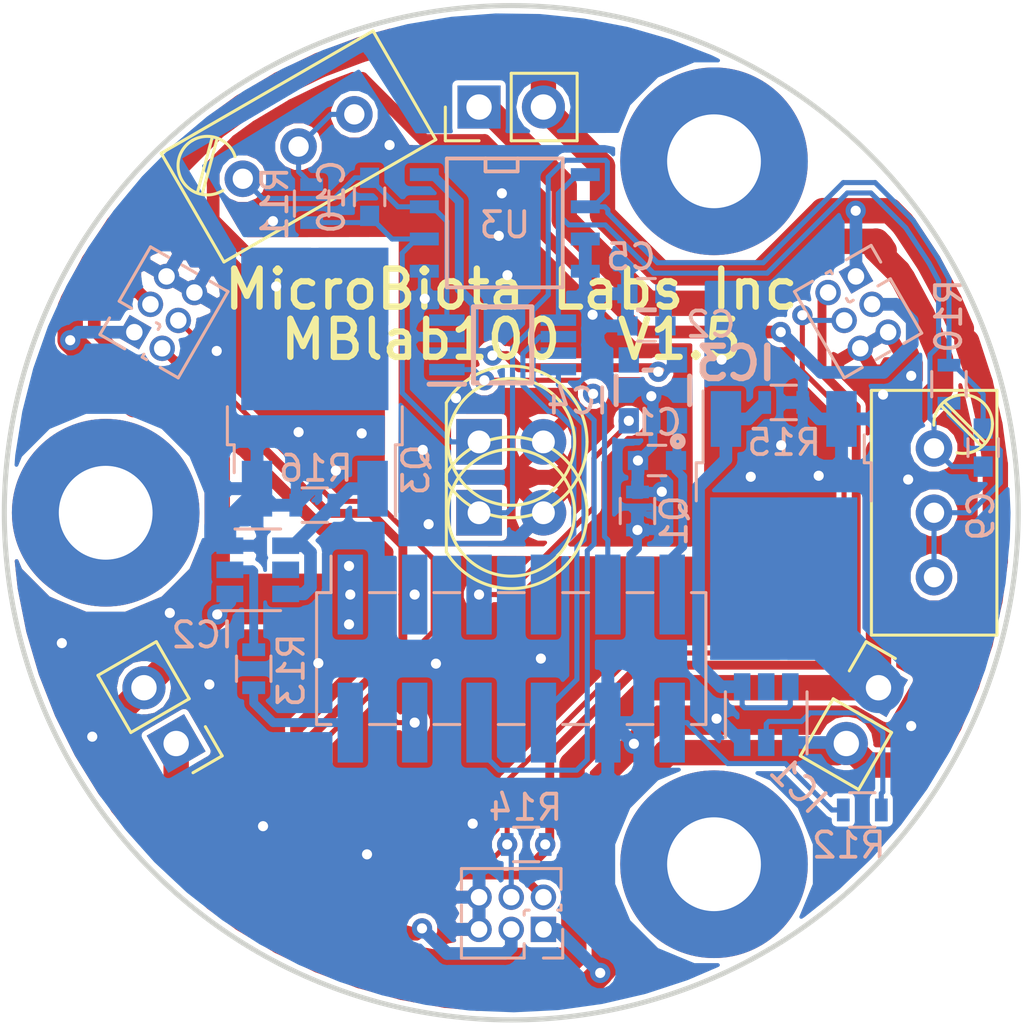
<source format=kicad_pcb>
(kicad_pcb (version 20171130) (host pcbnew "(5.0.0)")
  (layers (0 F.Cu signal) (31 B.Cu signal) (34 B.Paste user) (35 F.Paste user) (36 B.SilkS user) (37 F.SilkS user) (38 B.Mask user) (39 F.Mask user) (44 Edge.Cuts user))
  (net 0 "")
  (net 1 GNDA)
  (net 2 +3.3VA)
  (net 3 Heater-)
  (net 4 "Net-(R10-Pad1)")
  (net 5 "Net-(R11-Pad1)")
  (net 6 /AnalogConnPCB/5V)
  (net 7 /AnalogConnPCB/sheet5C67EBE6/Aout)
  (net 8 /AnalogConnPCB/sheet5C67EBE6/A+)
  (net 9 /AnalogConnPCB/sheet5C67EBE6/B+)
  (net 10 /AnalogConnPCB/sheet5C67EBE6/Bout)
  (net 11 12V_O)
  (net 12 GND_O)
  (net 13 "Net-(IC1-Pad2)")
  (net 14 "Net-(IC2-Pad2)")
  (net 15 /AnalogConnPCB/3V3ACtrl)
  (net 16 /AnalogConnPCB/SPI_MOSI)
  (net 17 /AnalogConnPCB/SPI_MISO)
  (net 18 /AnalogConnPCB/SPI_SCL)
  (net 19 Temp1wDaisy)
  (net 20 /AnalogConnPCB/470nmCtrl)
  (net 21 /AnalogConnPCB/HeaterCtrl)
  (net 22 3V3_O)
  (net 23 LED470nm)
  (net 24 "Net-(IC1-Pad4)")
  (net 25 "Net-(IC2-Pad4)")
  (net 26 /AnalogConnPCB/SPI_CS_ADC)
  (module Pin_Headers:Pin_Header_Straight_2x03_Pitch1.27mm (layer B.Cu) (at 33.7 11.41 210)
    (fp_text reference J10 hide)
    (fp_text value Conn_01x06_Male)
    (pad 6 thru_hole oval (at 1.27 -2.540001 210) (size 1 1) (drill 0.65) (layers *.Cu *.Mask) (net 12 GND_O))
    (pad 5 thru_hole oval (at 0 -2.54 210) (size 1 1) (drill 0.65) (layers *.Cu *.Mask) (net 12 GND_O))
    (pad 4 thru_hole oval (at 1.27 -1.27 210) (size 1 1) (drill 0.65) (layers *.Cu *.Mask) (net 19 Temp1wDaisy))
    (pad 3 thru_hole oval (at 0 -1.27 210) (size 1 1) (drill 0.65) (layers *.Cu *.Mask) (net 23 LED470nm))
    (pad 2 thru_hole oval (at 1.27 0 210) (size 1 1) (drill 0.65) (layers *.Cu *.Mask) (net 22 3V3_O))
    (pad 1 thru_hole rect (at 0 0 210) (size 1 1) (drill 0.65) (layers *.Cu *.Mask) (net 11 12V_O))
  )
  (module Capacitors_SMD:C_0603 (layer B.Cu) (at 38.72 18.16 90)
    (fp_text reference C9 (at -2.69 -0.09 90) (layer B.SilkS) (effects (justify mirror)))
    (fp_text value 100pF)
    (pad 1 smd rect (at -0.75 0 90) (size 0.8 0.75) (layers B.Cu B.Paste B.Mask) (net 7 /AnalogConnPCB/sheet5C67EBE6/Aout))
    (pad 2 smd rect (at 0.75 0 90) (size 0.8 0.75) (layers B.Cu B.Paste B.Mask) (net 8 /AnalogConnPCB/sheet5C67EBE6/A+))
  )
  (module Potentiometers:Potentiometer_Trimmer_Bourns_3296W (layer F.Cu) (at 36.78 18.19 90)
    (fp_text reference RV1 hide)
    (fp_text value 5M)
    (pad 3 thru_hole circle (at -5.08 0 90) (size 1.44 1.44) (drill 0.8) (layers *.Cu *.Mask) (net 4 "Net-(R10-Pad1)"))
    (pad 2 thru_hole circle (at -2.54 0 90) (size 1.44 1.44) (drill 0.8) (layers *.Cu *.Mask) (net 4 "Net-(R10-Pad1)"))
    (pad 1 thru_hole circle (at 0 0 90) (size 1.44 1.44) (drill 0.8) (layers *.Cu *.Mask) (net 7 /AnalogConnPCB/sheet5C67EBE6/Aout))
  )
  (module ADC122S021CIMM_NOPB:SOP65P490X110-8N (layer B.Cu) (at 19.76 14.11)
    (fp_text reference IC4 (at 2.95 2.22) (layer B.SilkS) (effects (justify mirror)))
    (fp_text value ADC122S021CIMM_NOPB hide)
    (pad 1 smd rect (at -2.2 0.975 270) (size 0.45 1.4) (layers B.Cu B.Paste B.Mask) (net 26 /AnalogConnPCB/SPI_CS_ADC))
    (pad 2 smd rect (at -2.2 0.325 270) (size 0.45 1.4) (layers B.Cu B.Paste B.Mask) (net 2 +3.3VA))
    (pad 3 smd rect (at -2.2 -0.325 270) (size 0.45 1.4) (layers B.Cu B.Paste B.Mask) (net 1 GNDA))
    (pad 4 smd rect (at -2.2 -0.975 270) (size 0.45 1.4) (layers B.Cu B.Paste B.Mask) (net 10 /AnalogConnPCB/sheet5C67EBE6/Bout))
    (pad 5 smd rect (at 2.2 -0.975 270) (size 0.45 1.4) (layers B.Cu B.Paste B.Mask) (net 7 /AnalogConnPCB/sheet5C67EBE6/Aout))
    (pad 6 smd rect (at 2.2 -0.325 270) (size 0.45 1.4) (layers B.Cu B.Paste B.Mask) (net 16 /AnalogConnPCB/SPI_MOSI))
    (pad 7 smd rect (at 2.2 0.325 270) (size 0.45 1.4) (layers B.Cu B.Paste B.Mask) (net 17 /AnalogConnPCB/SPI_MISO))
    (pad 8 smd rect (at 2.2 0.975 270) (size 0.45 1.4) (layers B.Cu B.Paste B.Mask) (net 18 /AnalogConnPCB/SPI_SCL))
  )
  (module "TCR2EF33_LM(CT:SOT-25" (layer B.Cu) (at 25.688 15.904 180)
    (fp_text reference IC3 (at -3.272 1.064 180) (layer B.SilkS) (effects (font (size 1.27 1.27) (thickness 0.254)) (justify mirror)))
    (fp_text value "TCR2EF33,LM(CT" hide)
    (pad 1 smd rect (at -0.95 -1.2 180) (size 0.8 1) (layers B.Cu B.Paste B.Mask) (net 6 /AnalogConnPCB/5V))
    (pad 2 smd rect (at 0 -1.2 180) (size 0.6 1) (layers B.Cu B.Paste B.Mask) (net 1 GNDA))
    (pad 3 smd rect (at 0.95 -1.2 180) (size 0.8 1) (layers B.Cu B.Paste B.Mask) (net 15 /AnalogConnPCB/3V3ACtrl))
    (pad 4 smd rect (at 0.95 1.2 180) (size 0.8 1) (layers B.Cu B.Paste B.Mask))
    (pad 5 smd rect (at -0.95 1.2 180) (size 0.8 1) (layers B.Cu B.Paste B.Mask) (net 2 +3.3VA))
  )
  (module SMD_Packages:SOIC-8-N (layer B.Cu) (at 19.846 9.3 270)
    (fp_text reference U3 (at 0.08 -0.004 180) (layer B.SilkS) (effects (justify mirror)))
    (fp_text value LMC6482)
    (pad 1 smd rect (at -1.905 -3.175 270) (size 0.508 1.143) (layers B.Cu B.Paste B.Mask) (net 7 /AnalogConnPCB/sheet5C67EBE6/Aout))
    (pad 2 smd rect (at -0.635 -3.175 270) (size 0.508 1.143) (layers B.Cu B.Paste B.Mask) (net 8 /AnalogConnPCB/sheet5C67EBE6/A+))
    (pad 3 smd rect (at 0.635 -3.175 270) (size 0.508 1.143) (layers B.Cu B.Paste B.Mask) (net 1 GNDA))
    (pad 4 smd rect (at 1.905 -3.175 270) (size 0.508 1.143) (layers B.Cu B.Paste B.Mask) (net 1 GNDA))
    (pad 5 smd rect (at 1.905 3.175 270) (size 0.508 1.143) (layers B.Cu B.Paste B.Mask) (net 1 GNDA))
    (pad 6 smd rect (at 0.635 3.175 270) (size 0.508 1.143) (layers B.Cu B.Paste B.Mask) (net 9 /AnalogConnPCB/sheet5C67EBE6/B+))
    (pad 7 smd rect (at -0.635 3.175 270) (size 0.508 1.143) (layers B.Cu B.Paste B.Mask) (net 10 /AnalogConnPCB/sheet5C67EBE6/Bout))
    (pad 8 smd rect (at -1.905 3.175 270) (size 0.508 1.143) (layers B.Cu B.Paste B.Mask) (net 2 +3.3VA))
  )
  (module Potentiometers:Potentiometer_Trimmer_Bourns_3296W (layer F.Cu) (at 9.51 7.56 210)
    (fp_text reference RV2 hide)
    (fp_text value 1M)
    (pad 1 thru_hole circle (at 0 0 210) (size 1.44 1.44) (drill 0.8) (layers *.Cu *.Mask) (net 10 /AnalogConnPCB/sheet5C67EBE6/Bout))
    (pad 2 thru_hole circle (at -2.54 0 210) (size 1.44 1.44) (drill 0.8) (layers *.Cu *.Mask) (net 5 "Net-(R11-Pad1)"))
    (pad 3 thru_hole circle (at -5.08 0 210) (size 1.44 1.44) (drill 0.8) (layers *.Cu *.Mask) (net 5 "Net-(R11-Pad1)"))
  )
  (module LEDs:LED_D5.0mm (layer F.Cu) (at 18.83 20.73)
    (fp_text reference D13 hide)
    (fp_text value D_Photo)
    (pad 2 thru_hole circle (at 2.54 0) (size 1.8 1.8) (drill 0.9) (layers *.Cu *.Mask) (net 1 GNDA))
    (pad 1 thru_hole rect (at 0 0) (size 1.8 1.8) (drill 0.9) (layers *.Cu *.Mask) (net 8 /AnalogConnPCB/sheet5C67EBE6/A+))
  )
  (module LEDs:LED_D5.0mm (layer F.Cu) (at 18.83 17.936)
    (fp_text reference D14 hide)
    (fp_text value D_Photo)
    (pad 2 thru_hole circle (at 2.54 0) (size 1.8 1.8) (drill 0.9) (layers *.Cu *.Mask) (net 1 GNDA))
    (pad 1 thru_hole rect (at 0 0) (size 1.8 1.8) (drill 0.9) (layers *.Cu *.Mask) (net 9 /AnalogConnPCB/sheet5C67EBE6/B+))
  )
  (module Pin_Headers:Pin_Header_Straight_2x06_Pitch2.54mm_SMD (layer B.Cu) (at 20.1 26.48 270)
    (fp_text reference J3 hide)
    (fp_text value Conn_01x12_Male)
    (pad 12 smd rect (at 2.525 -6.35 270) (size 3.15 1) (layers B.Cu B.Paste B.Mask) (net 21 /AnalogConnPCB/HeaterCtrl))
    (pad 11 smd rect (at -2.525 -6.35 270) (size 3.15 1) (layers B.Cu B.Paste B.Mask) (net 6 /AnalogConnPCB/5V))
    (pad 10 smd rect (at 2.525 -3.81 270) (size 3.15 1) (layers B.Cu B.Paste B.Mask) (net 12 GND_O))
    (pad 9 smd rect (at -2.525 -3.81 270) (size 3.15 1) (layers B.Cu B.Paste B.Mask) (net 26 /AnalogConnPCB/SPI_CS_ADC))
    (pad 8 smd rect (at 2.525 -1.27 270) (size 3.15 1) (layers B.Cu B.Paste B.Mask) (net 17 /AnalogConnPCB/SPI_MISO))
    (pad 7 smd rect (at -2.525 -1.27 270) (size 3.15 1) (layers B.Cu B.Paste B.Mask) (net 16 /AnalogConnPCB/SPI_MOSI))
    (pad 6 smd rect (at 2.525 1.27 270) (size 3.15 1) (layers B.Cu B.Paste B.Mask) (net 18 /AnalogConnPCB/SPI_SCL))
    (pad 5 smd rect (at -2.525 1.27 270) (size 3.15 1) (layers B.Cu B.Paste B.Mask) (net 15 /AnalogConnPCB/3V3ACtrl))
    (pad 4 smd rect (at 2.525 3.81 270) (size 3.15 1) (layers B.Cu B.Paste B.Mask) (net 19 Temp1wDaisy))
    (pad 3 smd rect (at -2.525 3.81 270) (size 3.15 1) (layers B.Cu B.Paste B.Mask) (net 22 3V3_O))
    (pad 2 smd rect (at 2.525 6.35 270) (size 3.15 1) (layers B.Cu B.Paste B.Mask) (net 20 /AnalogConnPCB/470nmCtrl))
    (pad 1 smd rect (at -2.525 6.35 270) (size 3.15 1) (layers B.Cu B.Paste B.Mask) (net 11 12V_O))
  )
  (module Pin_Headers:Pin_Header_Straight_2x03_Pitch1.27mm (layer B.Cu) (at 21.37 37.16 90)
    (fp_text reference J8 hide)
    (fp_text value Conn_01x06_Male)
    (pad 6 thru_hole oval (at 1.27 -2.54 90) (size 1 1) (drill 0.65) (layers *.Cu *.Mask) (net 12 GND_O))
    (pad 5 thru_hole oval (at 0 -2.54 90) (size 1 1) (drill 0.65) (layers *.Cu *.Mask) (net 12 GND_O))
    (pad 4 thru_hole oval (at 1.27 -1.27 90) (size 1 1) (drill 0.65) (layers *.Cu *.Mask) (net 19 Temp1wDaisy))
    (pad 3 thru_hole oval (at 0 -1.27 90) (size 1 1) (drill 0.65) (layers *.Cu *.Mask) (net 23 LED470nm))
    (pad 2 thru_hole oval (at 1.27 0 90) (size 1 1) (drill 0.65) (layers *.Cu *.Mask) (net 22 3V3_O))
    (pad 1 thru_hole rect (at 0 0 90) (size 1 1) (drill 0.65) (layers *.Cu *.Mask) (net 11 12V_O))
  )
  (module Pin_Headers:Pin_Header_Straight_2x03_Pitch1.27mm (layer B.Cu) (at 5.23 13.61 330)
    (fp_text reference J9 hide)
    (fp_text value Conn_01x06_Male)
    (pad 1 thru_hole rect (at 0 0 330) (size 1 1) (drill 0.65) (layers *.Cu *.Mask) (net 11 12V_O))
    (pad 2 thru_hole oval (at 1.27 0 330) (size 1 1) (drill 0.65) (layers *.Cu *.Mask) (net 22 3V3_O))
    (pad 3 thru_hole oval (at 0 -1.27 330) (size 1 1) (drill 0.65) (layers *.Cu *.Mask) (net 23 LED470nm))
    (pad 4 thru_hole oval (at 1.27 -1.27 330) (size 1 1) (drill 0.65) (layers *.Cu *.Mask) (net 19 Temp1wDaisy))
    (pad 5 thru_hole oval (at 0 -2.54 330) (size 1 1) (drill 0.65) (layers *.Cu *.Mask) (net 12 GND_O))
    (pad 6 thru_hole oval (at 1.27 -2.54 330) (size 1 1) (drill 0.65) (layers *.Cu *.Mask) (net 12 GND_O))
  )
  (module Pin_Headers:Pin_Header_Straight_1x02_Pitch2.54mm (layer F.Cu) (at 6.88 29.83 210)
    (fp_text reference J11 hide)
    (fp_text value Conn_01x02_Male)
    (pad 2 thru_hole oval (at 0 2.54 210) (size 1.7 1.7) (drill 1) (layers *.Cu *.Mask) (net 11 12V_O))
    (pad 1 thru_hole rect (at 0 0 210) (size 1.7 1.7) (drill 1) (layers *.Cu *.Mask) (net 3 Heater-))
  )
  (module Pin_Headers:Pin_Header_Straight_1x02_Pitch2.54mm (layer F.Cu) (at 34.59 27.63 330)
    (fp_text reference J12 hide)
    (fp_text value Conn_01x02_Male)
    (pad 2 thru_hole oval (at 0 2.54 330) (size 1.7 1.7) (drill 1) (layers *.Cu *.Mask) (net 11 12V_O))
    (pad 1 thru_hole rect (at 0 0 330) (size 1.7 1.7) (drill 1) (layers *.Cu *.Mask) (net 3 Heater-))
  )
  (module Pin_Headers:Pin_Header_Straight_1x02_Pitch2.54mm (layer F.Cu) (at 18.83 4.73 90)
    (fp_text reference J13 hide)
    (fp_text value Conn_01x02_Male)
    (pad 1 thru_hole rect (at 0 0 90) (size 1.7 1.7) (drill 1) (layers *.Cu *.Mask) (net 3 Heater-))
    (pad 2 thru_hole oval (at 0 2.54 90) (size 1.7 1.7) (drill 1) (layers *.Cu *.Mask) (net 11 12V_O))
  )
  (module TO_SOT_Packages_SMD:TO-252-2 (layer B.Cu) (at 30.85 21.23 270)
    (fp_text reference Q1 (at -0.18 4.32 270) (layer B.SilkS) (effects (justify mirror)))
    (fp_text value AOD4184A)
    (pad 1 smd rect (at -4.2 2.28 270) (size 2.2 1.2) (layers B.Cu B.Paste B.Mask) (net 24 "Net-(IC1-Pad4)"))
    (pad 3 smd rect (at -4.2 -2.28 270) (size 2.2 1.2) (layers B.Cu B.Paste B.Mask) (net 12 GND_O))
    (pad 2 smd rect (at 2.1 0 270) (size 6.4 5.8) (layers B.Cu B.Mask) (net 3 Heater-))
    (pad 2 smd rect (at 3.775 -1.525 270) (size 3.05 2.75) (layers B.Cu B.Paste) (net 3 Heater-))
    (pad 2 smd rect (at 0.425 1.525 270) (size 3.05 2.75) (layers B.Cu B.Paste) (net 3 Heater-))
    (pad 2 smd rect (at 3.775 1.525 270) (size 3.05 2.75) (layers B.Cu B.Paste) (net 3 Heater-))
    (pad 2 smd rect (at 0.425 -1.525 270) (size 3.05 2.75) (layers B.Cu B.Paste) (net 3 Heater-))
  )
  (module TO_SOT_Packages_SMD:TO-252-2 (layer B.Cu) (at 12.35 15.58 90)
    (fp_text reference Q3 (at -3.46 3.99 90) (layer B.SilkS) (effects (justify mirror)))
    (fp_text value AOD4184A)
    (pad 2 smd rect (at 0.425 -1.525 90) (size 3.05 2.75) (layers B.Cu B.Paste) (net 23 LED470nm))
    (pad 2 smd rect (at 3.775 1.525 90) (size 3.05 2.75) (layers B.Cu B.Paste) (net 23 LED470nm))
    (pad 2 smd rect (at 0.425 1.525 90) (size 3.05 2.75) (layers B.Cu B.Paste) (net 23 LED470nm))
    (pad 2 smd rect (at 3.775 -1.525 90) (size 3.05 2.75) (layers B.Cu B.Paste) (net 23 LED470nm))
    (pad 2 smd rect (at 2.1 0 90) (size 6.4 5.8) (layers B.Cu B.Mask) (net 23 LED470nm))
    (pad 3 smd rect (at -4.2 -2.28 90) (size 2.2 1.2) (layers B.Cu B.Paste B.Mask) (net 12 GND_O))
    (pad 1 smd rect (at -4.2 2.28 90) (size 2.2 1.2) (layers B.Cu B.Paste B.Mask) (net 25 "Net-(IC2-Pad4)"))
  )
  (module TO_SOT_Packages_SMD:SOT-23-6 (layer B.Cu) (at 30.16 28.69 90)
    (fp_text reference IC1 (at -2.79 1.27 135) (layer B.SilkS) (effects (justify mirror)))
    (fp_text value ZXGD3006E6QTA)
    (pad 1 smd rect (at -1.1 0.95 90) (size 1.06 0.65) (layers B.Cu B.Paste B.Mask) (net 11 12V_O))
    (pad 2 smd rect (at -1.1 0 90) (size 1.06 0.65) (layers B.Cu B.Paste B.Mask) (net 13 "Net-(IC1-Pad2)"))
    (pad 3 smd rect (at -1.1 -0.95 90) (size 1.06 0.65) (layers B.Cu B.Paste B.Mask) (net 12 GND_O))
    (pad 4 smd rect (at 1.1 -0.95 90) (size 1.06 0.65) (layers B.Cu B.Paste B.Mask) (net 24 "Net-(IC1-Pad4)"))
    (pad 6 smd rect (at 1.1 0.95 90) (size 1.06 0.65) (layers B.Cu B.Paste B.Mask) (net 24 "Net-(IC1-Pad4)"))
    (pad 5 smd rect (at 1.1 0 90) (size 1.06 0.65) (layers B.Cu B.Paste B.Mask))
  )
  (module TO_SOT_Packages_SMD:SOT-23-6 (layer B.Cu) (at 10.1 22.98)
    (fp_text reference IC2 (at -2.19 2.57) (layer B.SilkS) (effects (justify mirror)))
    (fp_text value ZXGD3006E6QTA)
    (pad 5 smd rect (at 1.1 0) (size 1.06 0.65) (layers B.Cu B.Paste B.Mask))
    (pad 6 smd rect (at 1.1 0.95) (size 1.06 0.65) (layers B.Cu B.Paste B.Mask) (net 25 "Net-(IC2-Pad4)"))
    (pad 4 smd rect (at 1.1 -0.95) (size 1.06 0.65) (layers B.Cu B.Paste B.Mask) (net 25 "Net-(IC2-Pad4)"))
    (pad 3 smd rect (at -1.1 -0.95) (size 1.06 0.65) (layers B.Cu B.Paste B.Mask) (net 12 GND_O))
    (pad 2 smd rect (at -1.1 0) (size 1.06 0.65) (layers B.Cu B.Paste B.Mask) (net 14 "Net-(IC2-Pad2)"))
    (pad 1 smd rect (at -1.1 0.95) (size 1.06 0.65) (layers B.Cu B.Paste B.Mask) (net 11 12V_O))
  )
  (module Mounting_Holes:MountingHole_3.7mm_Pad (layer F.Cu) (at 28.1 34.59)
    (fp_text reference MH8 hide)
    (fp_text value MountingHole)
    (pad 1 thru_hole circle (at 0 0) (size 7.4 7.4) (drill 3.7) (layers *.Cu *.Mask))
  )
  (module Mounting_Holes:MountingHole_3.7mm_Pad (layer F.Cu) (at 4.1 20.73)
    (fp_text reference MH9 hide)
    (fp_text value MountingHole)
    (pad 1 thru_hole circle (at 0 0) (size 7.4 7.4) (drill 3.7) (layers *.Cu *.Mask))
  )
  (module Mounting_Holes:MountingHole_3.7mm_Pad (layer F.Cu) (at 28.1 6.87)
    (fp_text reference MH10 hide)
    (fp_text value MountingHole)
    (pad 1 thru_hole circle (at 0 0) (size 7.4 7.4) (drill 3.7) (layers *.Cu *.Mask))
  )
  (module Resistors_SMD:R_0603 (layer B.Cu) (at 37.37 15.66 90)
    (fp_text reference R10 (at 2.69 -0.01 90) (layer B.SilkS) (effects (justify mirror)))
    (fp_text value 1M)
    (pad 2 smd rect (at 0.75 0 90) (size 0.5 0.9) (layers B.Cu B.Paste B.Mask) (net 8 /AnalogConnPCB/sheet5C67EBE6/A+))
    (pad 1 smd rect (at -0.75 0 90) (size 0.5 0.9) (layers B.Cu B.Paste B.Mask) (net 4 "Net-(R10-Pad1)"))
  )
  (module Resistors_SMD:R_0603 (layer B.Cu) (at 12.226 8.538 270)
    (fp_text reference R11 (at 0 1.45 270) (layer B.SilkS) (effects (justify mirror)))
    (fp_text value 1M)
    (pad 1 smd rect (at -0.75 0 270) (size 0.5 0.9) (layers B.Cu B.Paste B.Mask) (net 5 "Net-(R11-Pad1)"))
    (pad 2 smd rect (at 0.75 0 270) (size 0.5 0.9) (layers B.Cu B.Paste B.Mask) (net 9 /AnalogConnPCB/sheet5C67EBE6/B+))
  )
  (module Resistors_SMD:R_0603 (layer B.Cu) (at 33.95 32.45)
    (fp_text reference R12 (at -0.53 1.39) (layer B.SilkS) (effects (justify mirror)))
    (fp_text value 3k3)
    (pad 2 smd rect (at 0.75 0) (size 0.5 0.9) (layers B.Cu B.Paste B.Mask) (net 13 "Net-(IC1-Pad2)"))
    (pad 1 smd rect (at -0.75 0) (size 0.5 0.9) (layers B.Cu B.Paste B.Mask) (net 21 /AnalogConnPCB/HeaterCtrl))
  )
  (module Resistors_SMD:R_0603 (layer B.Cu) (at 9.94 26.88 90)
    (fp_text reference R13 (at -0.06 1.48 90) (layer B.SilkS) (effects (justify mirror)))
    (fp_text value 3k3)
    (pad 2 smd rect (at 0.75 0 90) (size 0.5 0.9) (layers B.Cu B.Paste B.Mask) (net 14 "Net-(IC2-Pad2)"))
    (pad 1 smd rect (at -0.75 0 90) (size 0.5 0.9) (layers B.Cu B.Paste B.Mask) (net 20 /AnalogConnPCB/470nmCtrl))
  )
  (module Resistors_SMD:R_0603 (layer B.Cu) (at 20.69 33.81)
    (fp_text reference R14 (at -0.03 -1.46) (layer B.SilkS) (effects (justify mirror)))
    (fp_text value 4k7)
    (pad 2 smd rect (at 0.75 0) (size 0.5 0.9) (layers B.Cu B.Paste B.Mask) (net 22 3V3_O))
    (pad 1 smd rect (at -0.75 0) (size 0.5 0.9) (layers B.Cu B.Paste B.Mask) (net 19 Temp1wDaisy))
  )
  (module Resistors_SMD:R_0603 (layer B.Cu) (at 30.85 16.38)
    (fp_text reference R15 (at 0.02 1.58) (layer B.SilkS) (effects (justify mirror)))
    (fp_text value 10k)
    (pad 1 smd rect (at -0.75 0) (size 0.5 0.9) (layers B.Cu B.Paste B.Mask) (net 24 "Net-(IC1-Pad4)"))
    (pad 2 smd rect (at 0.75 0) (size 0.5 0.9) (layers B.Cu B.Paste B.Mask) (net 12 GND_O))
  )
  (module Resistors_SMD:R_0603 (layer B.Cu) (at 12.35 20.43 180)
    (fp_text reference R16 (at -0.04 1.45 180) (layer B.SilkS) (effects (justify mirror)))
    (fp_text value 10k)
    (pad 1 smd rect (at -0.75 0 180) (size 0.5 0.9) (layers B.Cu B.Paste B.Mask) (net 25 "Net-(IC2-Pad4)"))
    (pad 2 smd rect (at 0.75 0 180) (size 0.5 0.9) (layers B.Cu B.Paste B.Mask) (net 12 GND_O))
  )
  (module Capacitors_SMD:C_0603 (layer B.Cu) (at 14.512 8.272 270)
    (fp_text reference C10 (at 0 1.5 270) (layer B.SilkS) (effects (justify mirror)))
    (fp_text value 100pF)
    (pad 2 smd rect (at 0.75 0 270) (size 0.8 0.75) (layers B.Cu B.Paste B.Mask) (net 9 /AnalogConnPCB/sheet5C67EBE6/B+))
    (pad 1 smd rect (at -0.75 0 270) (size 0.8 0.75) (layers B.Cu B.Paste B.Mask) (net 10 /AnalogConnPCB/sheet5C67EBE6/Bout))
  )
  (module Capacitors_SMD:C_0603 (layer B.Cu) (at 25.85 18.67 180)
    (fp_text reference C1 (at 0 1.5 180) (layer B.SilkS) (effects (justify mirror)))
    (fp_text value 1uF)
    (pad 1 smd rect (at -0.75 0 180) (size 0.8 0.75) (layers B.Cu B.Paste B.Mask) (net 6 /AnalogConnPCB/5V))
    (pad 2 smd rect (at 0.75 0 180) (size 0.8 0.75) (layers B.Cu B.Paste B.Mask) (net 1 GNDA))
  )
  (module Capacitors_SMD:C_0603 (layer B.Cu) (at 25.434 13.364 180)
    (fp_text reference C2 (at -2.536 0.064 180) (layer B.SilkS) (effects (justify mirror)))
    (fp_text value 1uF)
    (pad 1 smd rect (at -0.75 0 180) (size 0.8 0.75) (layers B.Cu B.Paste B.Mask) (net 2 +3.3VA))
    (pad 2 smd rect (at 0.75 0 180) (size 0.8 0.75) (layers B.Cu B.Paste B.Mask) (net 1 GNDA))
  )
  (module Capacitors_SMD:C_0603 (layer B.Cu) (at 25.434 12.094 180)
    (fp_text reference C5 (at 0.614 1.454 180) (layer B.SilkS) (effects (justify mirror)))
    (fp_text value 0.1uF)
    (pad 2 smd rect (at 0.75 0 180) (size 0.8 0.75) (layers B.Cu B.Paste B.Mask) (net 1 GNDA))
    (pad 1 smd rect (at -0.75 0 180) (size 0.8 0.75) (layers B.Cu B.Paste B.Mask) (net 2 +3.3VA))
  )
  (module Resistors_SMD:R_0603 (layer B.Cu) (at 25.08 20.66 90)
    (fp_text reference JP1 hide)
    (fp_text value Jumper)
    (pad 2 smd rect (at 0.75 0 90) (size 0.5 0.9) (layers B.Cu B.Paste B.Mask) (net 1 GNDA))
    (pad 1 smd rect (at -0.75 0 90) (size 0.5 0.9) (layers B.Cu B.Paste B.Mask) (net 12 GND_O))
  )
  (gr_text "MicroBiota Labs Inc\n" (at 20.1 11.92) (layer F.SilkS) (effects (font (size 1.5 1.5) (thickness 0.25))))
  (gr_text "MBlab100  V1.5" (at 20.1 13.9) (layer F.SilkS) (effects (font (size 1.5 1.5) (thickness 0.25))))
  (gr_circle (center 20.1 20.73) (end 40.1 20.73) (layer Edge.Cuts) (width 0.2))
  (via (at 15.3 6.23) (size 0.8) (drill 0.4) (layers F.Cu B.Cu) (net 1))
  (via (at 10.7 9.23) (size 0.8) (drill 0.4) (layers F.Cu B.Cu) (net 1))
  (via (at 17.92 16.21) (size 0.8) (drill 0.4) (layers F.Cu B.Cu) (net 1))
  (segment (start 25.688 18.082) (end 25.688 17.104) (width 0.35) (layer B.Cu) (net 1))
  (segment (start 25.1 19.89) (end 25.08 19.91) (width 0.35) (layer B.Cu) (net 1))
  (segment (start 25.1 18.67) (end 25.1 19.89) (width 0.35) (layer B.Cu) (net 1))
  (via (at 26.04 19.9) (size 0.8) (drill 0.4) (layers F.Cu B.Cu) (net 1))
  (via (at 16.61 18.25) (size 0.8) (drill 0.4) (layers F.Cu B.Cu) (net 1))
  (via (at 16.84 21.18) (size 0.8) (drill 0.4) (layers F.Cu B.Cu) (net 1))
  (via (at 19.95 11.36) (size 0.8) (drill 0.4) (layers F.Cu B.Cu) (net 1))
  (via (at 16.69 12.29) (size 0.8) (drill 0.4) (layers F.Cu B.Cu) (net 1))
  (segment (start 25.1 18.67) (end 25.688 18.082) (width 0.35) (layer B.Cu) (net 1))
  (via (at 25.1 18.67) (size 0.8) (drill 0.4) (layers F.Cu B.Cu) (net 1))
  (via (at 19.61 9.81) (size 0.8) (drill 0.4) (layers F.Cu B.Cu) (net 1))
  (via (at 19.730815 8.132912) (size 0.8) (drill 0.4) (layers F.Cu B.Cu) (net 1))
  (via (at 23.31 12.92) (size 0.8) (drill 0.4) (layers F.Cu B.Cu) (net 1))
  (via (at 25.626073 16.131762) (size 0.8) (drill 0.4) (layers F.Cu B.Cu) (net 1))
  (segment (start 25.688 17.104) (end 25.688 16.193689) (width 0.35) (layer B.Cu) (net 1))
  (segment (start 25.688 16.193689) (end 25.626073 16.131762) (width 0.35) (layer B.Cu) (net 1))
  (segment (start 26.184 12.094) (end 26.184 13.364) (width 0.5) (layer B.Cu) (net 2))
  (segment (start 26.184 14.25) (end 26.638 14.704) (width 0.5) (layer B.Cu) (net 2))
  (segment (start 26.184 13.364) (end 26.184 14.25) (width 0.5) (layer B.Cu) (net 2))
  (segment (start 18.635001 14.409999) (end 18.635001 12.505001) (width 0.35) (layer B.Cu) (net 2))
  (segment (start 17.56 14.435) (end 18.61 14.435) (width 0.35) (layer B.Cu) (net 2))
  (segment (start 18.61 14.435) (end 18.635001 14.409999) (width 0.35) (layer B.Cu) (net 2))
  (segment (start 18.635001 12.505001) (end 18.05 11.92) (width 0.35) (layer B.Cu) (net 2))
  (segment (start 16.9885 7.395) (end 16.671 7.395) (width 0.35) (layer B.Cu) (net 2))
  (segment (start 18.05 8.4565) (end 16.9885 7.395) (width 0.35) (layer B.Cu) (net 2))
  (segment (start 18.05 11.92) (end 18.05 8.4565) (width 0.35) (layer B.Cu) (net 2))
  (via (at 19.36 14.53) (size 0.8) (drill 0.4) (layers F.Cu B.Cu) (net 2))
  (segment (start 18.635001 14.409999) (end 19.239999 14.409999) (width 0.35) (layer B.Cu) (net 2))
  (segment (start 19.239999 14.409999) (end 19.36 14.53) (width 0.35) (layer B.Cu) (net 2))
  (segment (start 19.925685 14.53) (end 20.405685 15.01) (width 0.35) (layer F.Cu) (net 2))
  (segment (start 19.36 14.53) (end 19.925685 14.53) (width 0.35) (layer F.Cu) (net 2))
  (via (at 25.9 15.17) (size 0.8) (drill 0.4) (layers F.Cu B.Cu) (net 2))
  (segment (start 25.74 15.01) (end 25.9 15.17) (width 0.35) (layer F.Cu) (net 2))
  (segment (start 20.405685 15.01) (end 25.74 15.01) (width 0.35) (layer F.Cu) (net 2))
  (segment (start 26.172 15.17) (end 26.638 14.704) (width 0.35) (layer B.Cu) (net 2))
  (segment (start 25.9 15.17) (end 26.172 15.17) (width 0.35) (layer B.Cu) (net 2))
  (segment (start 34.815238 10.385238) (end 34.456977 10.026977) (width 1) (layer F.Cu) (net 3))
  (segment (start 34.496977 10.026977) (end 34.737559 10.267559) (width 1) (layer F.Cu) (net 3))
  (segment (start 34.456977 10.026977) (end 34.496977 10.026977) (width 1) (layer F.Cu) (net 3))
  (segment (start 34.526977 10.026977) (end 34.679299 10.179299) (width 1) (layer F.Cu) (net 3))
  (segment (start 34.496977 10.026977) (end 34.526977 10.026977) (width 1) (layer F.Cu) (net 3))
  (segment (start 36.950329 14.405986) (end 37.04 14.681965) (width 1) (layer F.Cu) (net 3))
  (segment (start 34.496977 10.026977) (end 34.496977 10.350987) (width 1) (layer F.Cu) (net 3))
  (segment (start 34.496977 10.350987) (end 35.366781 11.220791) (width 1) (layer F.Cu) (net 3))
  (segment (start 35.366781 11.220791) (end 35.550336 11.498865) (width 1) (layer F.Cu) (net 3))
  (segment (start 35.550336 11.498865) (end 36.31561 12.920982) (width 1) (layer F.Cu) (net 3))
  (segment (start 30.85 23.89) (end 34.59 27.63) (width 2) (layer B.Cu) (net 3))
  (segment (start 30.85 23.33) (end 30.85 23.89) (width 2) (layer B.Cu) (net 3))
  (segment (start 22.190011 7.844013) (end 19.075998 4.73) (width 1) (layer F.Cu) (net 3))
  (segment (start 22.190011 9.169083) (end 22.190011 7.844013) (width 1) (layer F.Cu) (net 3))
  (segment (start 19.075998 4.73) (end 18.83 4.73) (width 1) (layer F.Cu) (net 3))
  (segment (start 25.49094 12.470012) (end 22.190011 9.169083) (width 1) (layer F.Cu) (net 3))
  (segment (start 30.437058 12.470012) (end 25.49094 12.470012) (width 1) (layer F.Cu) (net 3))
  (segment (start 32.880093 10.026977) (end 30.437058 12.470012) (width 1) (layer F.Cu) (net 3))
  (segment (start 34.456977 10.026977) (end 32.880093 10.026977) (width 1) (layer F.Cu) (net 3))
  (segment (start 36.31561 12.920982) (end 36.950329 14.405986) (width 1) (layer F.Cu) (net 3))
  (segment (start 37.04 15.828398) (end 37.04 14.681965) (width 1) (layer F.Cu) (net 3))
  (segment (start 34.59 18.278398) (end 37.04 15.828398) (width 1) (layer F.Cu) (net 3))
  (segment (start 34.59 27.63) (end 34.59 18.278398) (width 1) (layer F.Cu) (net 3))
  (segment (start 6.88 32.712933) (end 6.88 29.83) (width 1) (layer F.Cu) (net 3))
  (segment (start 11.571333 36.578929) (end 10.184975 35.750619) (width 1) (layer F.Cu) (net 3))
  (segment (start 16.095059 38.276713) (end 14.538333 37.847084) (width 1) (layer F.Cu) (net 3))
  (segment (start 22.40999 38.380012) (end 17.869201 38.380012) (width 1) (layer F.Cu) (net 3))
  (segment (start 25.521996 27.63) (end 22.499991 30.652005) (width 1) (layer F.Cu) (net 3))
  (segment (start 17.869201 38.380012) (end 17.68413 38.565083) (width 1) (layer F.Cu) (net 3))
  (segment (start 34.59 27.63) (end 25.521996 27.63) (width 1) (layer F.Cu) (net 3))
  (segment (start 14.538333 37.847084) (end 13.026345 37.279626) (width 1) (layer F.Cu) (net 3))
  (segment (start 22.499991 30.652005) (end 22.499991 33.257061) (width 1) (layer F.Cu) (net 3))
  (segment (start 9.207533 35.040466) (end 6.88 32.712933) (width 1) (layer F.Cu) (net 3))
  (segment (start 22.499991 33.257061) (end 22.570002 33.327072) (width 1) (layer F.Cu) (net 3))
  (segment (start 17.68413 38.565083) (end 16.095059 38.276713) (width 1) (layer F.Cu) (net 3))
  (segment (start 22.570002 33.327072) (end 22.570002 38.22) (width 1) (layer F.Cu) (net 3))
  (segment (start 10.184975 35.750619) (end 9.207533 35.040466) (width 1) (layer F.Cu) (net 3))
  (segment (start 13.026345 37.279626) (end 11.571333 36.578929) (width 1) (layer F.Cu) (net 3))
  (segment (start 22.570002 38.22) (end 22.40999 38.380012) (width 1) (layer F.Cu) (net 3))
  (segment (start 36.78 23.27) (end 36.78 20.73) (width 0.2) (layer B.Cu) (net 4))
  (segment (start 39.395001 18.269999) (end 39.315002 18.19) (width 0.2) (layer B.Cu) (net 4))
  (segment (start 39.395001 19.550001) (end 39.395001 18.269999) (width 0.2) (layer B.Cu) (net 4))
  (segment (start 36.78 20.73) (end 38.215002 20.73) (width 0.2) (layer B.Cu) (net 4))
  (segment (start 38.215002 20.73) (end 39.395001 19.550001) (width 0.2) (layer B.Cu) (net 4))
  (segment (start 37.37 16.86) (end 37.37 16.41) (width 0.2) (layer B.Cu) (net 4))
  (segment (start 38.044999 17.534999) (end 37.37 16.86) (width 0.2) (layer B.Cu) (net 4))
  (segment (start 38.044999 18.050001) (end 38.044999 17.534999) (width 0.2) (layer B.Cu) (net 4))
  (segment (start 38.184998 18.19) (end 38.044999 18.050001) (width 0.2) (layer B.Cu) (net 4))
  (segment (start 39.315002 18.19) (end 38.184998 18.19) (width 0.2) (layer B.Cu) (net 4))
  (segment (start 11.709705 7.271705) (end 12.226 7.788) (width 0.2) (layer B.Cu) (net 5))
  (segment (start 11.709705 6.29) (end 11.709705 7.271705) (width 0.2) (layer B.Cu) (net 5))
  (segment (start 12.979705 5.02) (end 13.909409 5.02) (width 0.2) (layer B.Cu) (net 5))
  (segment (start 11.709705 6.29) (end 12.979705 5.02) (width 0.2) (layer B.Cu) (net 5))
  (segment (start 26.638 18.632) (end 26.6 18.67) (width 0.35) (layer B.Cu) (net 6))
  (segment (start 26.638 17.104) (end 26.638 18.632) (width 0.35) (layer B.Cu) (net 6))
  (segment (start 26.45 23.955) (end 26.45 22.48) (width 0.35) (layer B.Cu) (net 6))
  (segment (start 26.45 22.48) (end 26.86499 22.06501) (width 0.35) (layer B.Cu) (net 6))
  (segment (start 26.6 18.67) (end 26.6 19.04) (width 0.35) (layer B.Cu) (net 6))
  (segment (start 26.86499 19.30499) (end 26.86499 19.84) (width 0.35) (layer B.Cu) (net 6))
  (segment (start 26.6 19.04) (end 26.86499 19.30499) (width 0.35) (layer B.Cu) (net 6))
  (segment (start 26.86499 22.06501) (end 26.86499 19.84) (width 0.35) (layer B.Cu) (net 6))
  (segment (start 26.86499 19.84) (end 26.86499 19.55499) (width 0.35) (layer B.Cu) (net 6))
  (segment (start 22.7035 7.395) (end 23.021 7.395) (width 0.2) (layer B.Cu) (net 7))
  (segment (start 21.96 8.1385) (end 22.7035 7.395) (width 0.2) (layer B.Cu) (net 7))
  (segment (start 21.96 13.135) (end 21.96 8.6) (width 0.2) (layer B.Cu) (net 7))
  (segment (start 21.96 8.6) (end 21.96 8.1385) (width 0.2) (layer B.Cu) (net 7))
  (segment (start 38.145 18.91) (end 38.72 18.91) (width 0.2) (layer B.Cu) (net 7))
  (segment (start 37.499999 18.909999) (end 38.145 18.91) (width 0.2) (layer B.Cu) (net 7))
  (segment (start 36.78 18.19) (end 37.499999 18.909999) (width 0.2) (layer B.Cu) (net 7))
  (segment (start 36.96 14.16) (end 36.619999 14.500001) (width 0.2) (layer B.Cu) (net 7))
  (segment (start 36.619999 14.500001) (end 36.619999 17.011766) (width 0.2) (layer B.Cu) (net 7))
  (segment (start 36.96 11.58612) (end 36.96 14.16) (width 0.2) (layer B.Cu) (net 7))
  (segment (start 36.619999 17.011766) (end 36.78 17.171767) (width 0.2) (layer B.Cu) (net 7))
  (segment (start 35.666343 9.496343) (end 36.581511 10.882764) (width 0.2) (layer B.Cu) (net 7))
  (segment (start 36.581511 10.882764) (end 36.96 11.58612) (width 0.2) (layer B.Cu) (net 7))
  (segment (start 34.289998 8.119998) (end 35.666343 9.496343) (width 0.2) (layer B.Cu) (net 7))
  (segment (start 21.96 8.6) (end 21.96 8.969502) (width 0.2) (layer B.Cu) (net 7))
  (segment (start 33.360002 8.119998) (end 34.289998 8.119998) (width 0.2) (layer B.Cu) (net 7))
  (segment (start 21.96 8.969502) (end 22.371497 9.380999) (width 0.2) (layer B.Cu) (net 7))
  (segment (start 36.78 17.171767) (end 36.78 18.19) (width 0.2) (layer B.Cu) (net 7))
  (segment (start 22.371497 9.380999) (end 23.810999 9.380999) (width 0.2) (layer B.Cu) (net 7))
  (segment (start 23.810999 9.380999) (end 25.71 11.28) (width 0.2) (layer B.Cu) (net 7))
  (segment (start 25.71 11.28) (end 30.2 11.28) (width 0.2) (layer B.Cu) (net 7))
  (segment (start 30.2 11.28) (end 33.360002 8.119998) (width 0.2) (layer B.Cu) (net 7))
  (segment (start 19.93 20.73) (end 20.15 20.51) (width 0.2) (layer B.Cu) (net 8))
  (segment (start 18.83 20.73) (end 19.93 20.73) (width 0.2) (layer B.Cu) (net 8))
  (segment (start 20.15 20.51) (end 20.15 14.23) (width 0.2) (layer B.Cu) (net 8))
  (segment (start 20.15 14.23) (end 20.95 13.43) (width 0.2) (layer B.Cu) (net 8))
  (segment (start 20.95 13.43) (end 20.95 12.75) (width 0.2) (layer B.Cu) (net 8))
  (segment (start 20.95 12.75) (end 21.55999 12.14001) (width 0.2) (layer B.Cu) (net 8))
  (segment (start 21.55999 7.490508) (end 22.220498 6.83) (width 0.2) (layer B.Cu) (net 8))
  (segment (start 21.55999 12.14001) (end 21.55999 7.490508) (width 0.2) (layer B.Cu) (net 8))
  (segment (start 23.3385 8.665) (end 23.021 8.665) (width 0.2) (layer B.Cu) (net 8))
  (segment (start 23.892501 8.110999) (end 23.3385 8.665) (width 0.2) (layer B.Cu) (net 8))
  (segment (start 23.892501 6.900999) (end 23.892501 8.110999) (width 0.2) (layer B.Cu) (net 8))
  (segment (start 23.821502 6.83) (end 23.892501 6.900999) (width 0.2) (layer B.Cu) (net 8))
  (segment (start 22.220498 6.83) (end 23.821502 6.83) (width 0.2) (layer B.Cu) (net 8))
  (segment (start 23.021 8.665) (end 23.7925 8.665) (width 0.2) (layer B.Cu) (net 8))
  (segment (start 23.7925 8.665) (end 23.91 8.7825) (width 0.2) (layer B.Cu) (net 8))
  (segment (start 23.91 8.7825) (end 23.91 8.91) (width 0.2) (layer B.Cu) (net 8))
  (segment (start 23.91 8.91) (end 25.870001 10.870001) (width 0.2) (layer B.Cu) (net 8))
  (segment (start 30.039999 10.870001) (end 33.2 7.71) (width 0.2) (layer B.Cu) (net 8))
  (segment (start 25.870001 10.870001) (end 30.039999 10.870001) (width 0.2) (layer B.Cu) (net 8))
  (segment (start 37.37 11.559725) (end 37.37 14.46) (width 0.2) (layer B.Cu) (net 8))
  (segment (start 37.37 14.46) (end 37.37 14.91) (width 0.2) (layer B.Cu) (net 8))
  (segment (start 37.380762 11.523886) (end 37.37 11.559725) (width 0.2) (layer B.Cu) (net 8))
  (segment (start 36.925246 10.677393) (end 37.380762 11.523886) (width 0.2) (layer B.Cu) (net 8))
  (segment (start 35.956394 9.209645) (end 36.925246 10.677393) (width 0.2) (layer B.Cu) (net 8))
  (segment (start 33.2 7.71) (end 34.456749 7.71) (width 0.2) (layer B.Cu) (net 8))
  (segment (start 34.456749 7.71) (end 35.956394 9.209645) (width 0.2) (layer B.Cu) (net 8))
  (segment (start 38.72 17.45) (end 38.72 17.41) (width 0.2) (layer B.Cu) (net 8))
  (segment (start 38.72 16.06) (end 38.72 17.45) (width 0.2) (layer B.Cu) (net 8))
  (segment (start 37.37 14.91) (end 37.57 14.91) (width 0.2) (layer B.Cu) (net 8))
  (segment (start 37.57 14.91) (end 38.72 16.06) (width 0.2) (layer B.Cu) (net 8))
  (segment (start 14.246 9.288) (end 14.512 9.022) (width 0.2) (layer B.Cu) (net 9))
  (segment (start 12.226 9.288) (end 14.246 9.288) (width 0.2) (layer B.Cu) (net 9))
  (segment (start 14.512 9.047) (end 14.512 9.022) (width 0.2) (layer B.Cu) (net 9))
  (segment (start 15.4 9.935) (end 14.512 9.047) (width 0.2) (layer B.Cu) (net 9))
  (segment (start 16.671 9.935) (end 15.4 9.935) (width 0.2) (layer B.Cu) (net 9))
  (segment (start 16.3535 9.935) (end 16.671 9.935) (width 0.2) (layer B.Cu) (net 9))
  (segment (start 15.799499 10.489001) (end 16.3535 9.935) (width 0.2) (layer B.Cu) (net 9))
  (segment (start 15.799499 16.005499) (end 15.799499 10.489001) (width 0.2) (layer B.Cu) (net 9))
  (segment (start 17.73 17.936) (end 15.799499 16.005499) (width 0.2) (layer B.Cu) (net 9))
  (segment (start 18.83 17.936) (end 17.73 17.936) (width 0.2) (layer B.Cu) (net 9))
  (segment (start 14.512 7.547) (end 14.512 7.522) (width 0.2) (layer B.Cu) (net 10))
  (segment (start 15.63 8.665) (end 14.512 7.547) (width 0.2) (layer B.Cu) (net 10))
  (segment (start 16.671 8.665) (end 15.63 8.665) (width 0.2) (layer B.Cu) (net 10))
  (segment (start 16.9885 8.665) (end 16.671 8.665) (width 0.2) (layer B.Cu) (net 10))
  (segment (start 17.56 9.2365) (end 16.9885 8.665) (width 0.2) (layer B.Cu) (net 10))
  (segment (start 17.56 13.135) (end 17.56 9.2365) (width 0.2) (layer B.Cu) (net 10))
  (segment (start 13.937 7.522) (end 14.512 7.522) (width 0.2) (layer B.Cu) (net 10))
  (segment (start 13.120999 8.338001) (end 13.937 7.522) (width 0.2) (layer B.Cu) (net 10))
  (segment (start 10.288001 8.338001) (end 13.120999 8.338001) (width 0.2) (layer B.Cu) (net 10))
  (segment (start 9.51 7.56) (end 10.288001 8.338001) (width 0.2) (layer B.Cu) (net 10))
  (via (at 13.7 25.13) (size 0.8) (drill 0.4) (layers F.Cu B.Cu) (net 11))
  (via (at 13.7 22.83) (size 0.8) (drill 0.4) (layers F.Cu B.Cu) (net 11))
  (via (at 13.75 23.955) (size 0.8) (drill 0.4) (layers F.Cu B.Cu) (net 11))
  (segment (start 19.972081 2.13) (end 21.37 3.527919) (width 1) (layer F.Cu) (net 11))
  (segment (start 14.167139 2.470487) (end 15.400868 2.13) (width 1) (layer F.Cu) (net 11))
  (segment (start 11.002106 3.823286) (end 12.554247 3.075815) (width 1) (layer F.Cu) (net 11))
  (segment (start 9.523234 4.70687) (end 11.002106 3.823286) (width 1) (layer F.Cu) (net 11))
  (segment (start 5.61 27.630295) (end 8.500001 24.740294) (width 1) (layer F.Cu) (net 11))
  (segment (start 21.37 3.527919) (end 21.37 4.73) (width 1) (layer F.Cu) (net 11))
  (segment (start 15.400868 2.13) (end 19.972081 2.13) (width 1) (layer F.Cu) (net 11))
  (segment (start 12.554247 3.075815) (end 14.167139 2.470487) (width 1) (layer F.Cu) (net 11))
  (segment (start 36.848042 30.081958) (end 36.4 30.53) (width 1) (layer F.Cu) (net 11))
  (segment (start 36.250296 30.679704) (end 36.848042 30.081958) (width 1) (layer F.Cu) (net 11))
  (segment (start 34.169999 30.679704) (end 36.250296 30.679704) (width 1) (layer F.Cu) (net 11))
  (segment (start 33.32 29.829705) (end 34.169999 30.679704) (width 1) (layer F.Cu) (net 11))
  (segment (start 8.500001 24.740294) (end 8.500001 24.13) (width 1) (layer F.Cu) (net 11))
  (segment (start 13.7 22.83) (end 13.7 25.13) (width 2) (layer F.Cu) (net 11))
  (via (at 8.500001 24.740294) (size 0.8) (drill 0.4) (layers F.Cu B.Cu) (net 11))
  (segment (start 9 23.93) (end 9 24.240295) (width 0.5) (layer B.Cu) (net 11))
  (segment (start 9 24.240295) (end 8.500001 24.740294) (width 0.5) (layer B.Cu) (net 11))
  (segment (start 9.522852 4.707148) (end 8.425787 5.504212) (width 1) (layer F.Cu) (net 11))
  (segment (start 8.425787 5.504212) (end 9.523234 4.70687) (width 1) (layer F.Cu) (net 11))
  (segment (start 38.6073 15.622307) (end 38.990647 17.301865) (width 1) (layer F.Cu) (net 11))
  (segment (start 39.2 22.612624) (end 38.990646 24.158135) (width 1) (layer F.Cu) (net 11))
  (segment (start 39.2 18.847377) (end 39.2 22.612624) (width 1) (layer F.Cu) (net 11))
  (segment (start 38.074946 27.476108) (end 37.397869 29.060207) (width 1) (layer F.Cu) (net 11))
  (segment (start 38.990646 24.158135) (end 38.607299 25.837694) (width 1) (layer F.Cu) (net 11))
  (segment (start 37.397869 29.060207) (end 36.848042 30.081958) (width 1) (layer F.Cu) (net 11))
  (segment (start 38.074947 13.983893) (end 38.6073 15.622307) (width 1) (layer F.Cu) (net 11))
  (segment (start 38.607299 25.837694) (end 38.074946 27.476108) (width 1) (layer F.Cu) (net 11))
  (segment (start 38.990647 17.301865) (end 39.2 18.847377) (width 1) (layer F.Cu) (net 11))
  (segment (start 35.04 8.82) (end 35.504344 9.284344) (width 1) (layer F.Cu) (net 11))
  (segment (start 21.37 4.73) (end 23.699999 7.059999) (width 1) (layer F.Cu) (net 11))
  (segment (start 35.504344 9.284344) (end 35.632469 9.445008) (width 1) (layer F.Cu) (net 11))
  (segment (start 35.632469 9.445008) (end 36.581519 10.882758) (width 1) (layer F.Cu) (net 11))
  (segment (start 37.857709 13.475641) (end 37.86 13.481001) (width 1) (layer F.Cu) (net 11))
  (segment (start 36.581519 10.882758) (end 37.39787 12.399793) (width 1) (layer F.Cu) (net 11))
  (segment (start 23.699999 7.059999) (end 23.699999 8.982001) (width 1) (layer F.Cu) (net 11))
  (segment (start 32.39 8.82) (end 35.04 8.82) (width 1) (layer F.Cu) (net 11))
  (segment (start 29.939999 11.270001) (end 32.39 8.82) (width 1) (layer F.Cu) (net 11))
  (segment (start 25.987999 11.270001) (end 29.939999 11.270001) (width 1) (layer F.Cu) (net 11))
  (segment (start 37.39787 12.399793) (end 37.857709 13.475641) (width 1) (layer F.Cu) (net 11))
  (segment (start 23.699999 8.982001) (end 25.987999 11.270001) (width 1) (layer F.Cu) (net 11))
  (segment (start 33.32 29.829705) (end 32.959706 30.189999) (width 1) (layer F.Cu) (net 11))
  (segment (start 32.959706 30.189999) (end 26.197071 30.189999) (width 1) (layer F.Cu) (net 11))
  (segment (start 23.61 38.877072) (end 23.770011 38.717061) (width 1) (layer F.Cu) (net 11))
  (segment (start 23.61 38.9) (end 23.61 38.877072) (width 1) (layer F.Cu) (net 11))
  (segment (start 26.197071 30.189999) (end 26.197071 30.262929) (width 1) (layer F.Cu) (net 11))
  (segment (start 26.197071 30.262929) (end 23.7 32.76) (width 1) (layer F.Cu) (net 11))
  (segment (start 23.7 38.81) (end 23.61 38.9) (width 0.75) (layer F.Cu) (net 11))
  (segment (start 2.874572 12.265174) (end 3.618482 10.882757) (width 1) (layer F.Cu) (net 11))
  (segment (start 4.567531 9.445008) (end 4.892542 9.037457) (width 1) (layer F.Cu) (net 11))
  (segment (start 4.892542 9.037457) (end 8.425787 5.504212) (width 1) (layer F.Cu) (net 11))
  (segment (start 3.618482 10.882757) (end 4.567531 9.445008) (width 1) (layer F.Cu) (net 11))
  (segment (start 2.802132 12.399791) (end 2.874572 12.265174) (width 1) (layer F.Cu) (net 11))
  (segment (start 2.699999 13.925955) (end 2.699999 12.638741) (width 1) (layer F.Cu) (net 11))
  (segment (start 2.699999 12.638741) (end 2.802132 12.399791) (width 1) (layer F.Cu) (net 11))
  (segment (start 13.75 23.955) (end 13.575 24.13) (width 2) (layer F.Cu) (net 11))
  (segment (start 13.575 24.13) (end 11.075 24.13) (width 2) (layer F.Cu) (net 11))
  (segment (start 11.075 24.13) (end 8.500001 24.13) (width 2) (layer F.Cu) (net 11))
  (segment (start 23.7 32.76) (end 23.720012 32.780012) (width 0.9) (layer F.Cu) (net 11))
  (segment (start 23.720012 32.780012) (end 23.720012 38.789988) (width 0.9) (layer F.Cu) (net 11))
  (segment (start 23.720012 38.789988) (end 23.7 38.81) (width 0.9) (layer F.Cu) (net 11))
  (via (at 33.69 8.82) (size 0.8) (drill 0.4) (layers F.Cu B.Cu) (net 11))
  (segment (start 33.7 8.83) (end 33.69 8.82) (width 0.5) (layer B.Cu) (net 11))
  (segment (start 33.7 11.41) (end 33.7 8.83) (width 0.5) (layer B.Cu) (net 11))
  (via (at 2.699999 13.925955) (size 0.8) (drill 0.4) (layers F.Cu B.Cu) (net 11))
  (segment (start 5.23 13.61) (end 3.015954 13.61) (width 0.5) (layer B.Cu) (net 11))
  (segment (start 3.015954 13.61) (end 2.699999 13.925955) (width 0.5) (layer B.Cu) (net 11))
  (via (at 23.61 38.877072) (size 0.8) (drill 0.4) (layers F.Cu B.Cu) (net 11))
  (segment (start 21.37 37.16) (end 21.892928 37.16) (width 0.5) (layer B.Cu) (net 11))
  (segment (start 21.892928 37.16) (end 23.61 38.877072) (width 0.5) (layer B.Cu) (net 11))
  (segment (start 33.280295 29.79) (end 33.32 29.829705) (width 0.5) (layer B.Cu) (net 11))
  (segment (start 31.11 29.79) (end 33.280295 29.79) (width 0.5) (layer B.Cu) (net 11))
  (segment (start 5.244055 16.470011) (end 2.699999 13.925955) (width 1) (layer F.Cu) (net 11))
  (segment (start 8.500001 18.617999) (end 6.352013 16.470011) (width 1) (layer F.Cu) (net 11))
  (segment (start 8.500001 24.13) (end 8.500001 18.617999) (width 1) (layer F.Cu) (net 11))
  (segment (start 6.352013 16.470011) (end 5.244055 16.470011) (width 1) (layer F.Cu) (net 11))
  (segment (start 18.792734 39.869719) (end 17.522885 39.755431) (width 1) (layer F.Cu) (net 11))
  (segment (start 23.61 38.9) (end 22.88 39.63) (width 1) (layer F.Cu) (net 11))
  (segment (start 22.88 39.63) (end 19.032453 39.63) (width 1) (layer F.Cu) (net 11))
  (segment (start 5.460008 32.990011) (end 5.44294 32.990011) (width 1) (layer F.Cu) (net 11))
  (segment (start 12.554245 38.384184) (end 11.002105 37.636713) (width 1) (layer F.Cu) (net 11))
  (segment (start 5.44294 32.990011) (end 4.959757 32.506828) (width 1) (layer F.Cu) (net 11))
  (segment (start 17.522885 39.755431) (end 16.308889 39.535125) (width 1) (layer F.Cu) (net 11))
  (segment (start 4.959757 32.506828) (end 4.739989 32.231247) (width 1) (layer F.Cu) (net 11))
  (segment (start 4.739989 32.231247) (end 4.739989 28.500306) (width 1) (layer F.Cu) (net 11))
  (segment (start 11.002105 37.636713) (end 9.523233 36.753128) (width 1) (layer F.Cu) (net 11))
  (segment (start 4.760001 28.480294) (end 5.61 27.630295) (width 1) (layer F.Cu) (net 11))
  (segment (start 4.739989 28.500306) (end 4.760001 28.480294) (width 1) (layer F.Cu) (net 11))
  (segment (start 8.42578 35.955783) (end 5.460008 32.990011) (width 1) (layer F.Cu) (net 11))
  (segment (start 16.308889 39.535125) (end 16.308884 39.535127) (width 1) (layer F.Cu) (net 11))
  (segment (start 14.167137 38.989512) (end 12.554245 38.384184) (width 1) (layer F.Cu) (net 11))
  (segment (start 15.827773 39.447818) (end 14.167137 38.989512) (width 1) (layer F.Cu) (net 11))
  (segment (start 16.308884 39.535127) (end 15.827773 39.447818) (width 1) (layer F.Cu) (net 11))
  (segment (start 19.032453 39.63) (end 18.792734 39.869719) (width 1) (layer F.Cu) (net 11))
  (segment (start 9.523233 36.753128) (end 8.42578 35.955783) (width 1) (layer F.Cu) (net 11))
  (segment (start 32.25 17.03) (end 31.6 16.38) (width 0.5) (layer B.Cu) (net 12))
  (segment (start 33.13 17.03) (end 32.25 17.03) (width 0.5) (layer B.Cu) (net 12))
  (segment (start 23.91 27.08) (end 24.64 26.35) (width 0.35) (layer B.Cu) (net 12))
  (segment (start 23.91 29.005) (end 23.91 27.08) (width 0.35) (layer B.Cu) (net 12))
  (segment (start 24.82 26.17) (end 24.82 22.39) (width 0.35) (layer B.Cu) (net 12))
  (segment (start 25.08 22.13) (end 25.08 21.41) (width 0.35) (layer B.Cu) (net 12))
  (segment (start 24.82 22.39) (end 25.08 22.13) (width 0.35) (layer B.Cu) (net 12))
  (via (at 14.41 34.2) (size 0.8) (drill 0.4) (layers F.Cu B.Cu) (net 12))
  (via (at 12.49 26.66) (size 0.8) (drill 0.4) (layers F.Cu B.Cu) (net 12))
  (via (at 21.27 26.48) (size 0.8) (drill 0.4) (layers F.Cu B.Cu) (net 12))
  (segment (start 24.64 26.35) (end 24.82 26.17) (width 0.35) (layer B.Cu) (net 12))
  (via (at 25.08 21.41) (size 0.8) (drill 0.4) (layers F.Cu B.Cu) (net 12))
  (via (at 14.2 17.6) (size 0.8) (drill 0.4) (layers F.Cu B.Cu) (net 12))
  (via (at 8.48 14.35) (size 0.8) (drill 0.4) (layers F.Cu B.Cu) (net 12))
  (via (at 30.75 18.07) (size 0.8) (drill 0.4) (layers F.Cu B.Cu) (net 12))
  (via (at 32.23 19.27) (size 0.8) (drill 0.4) (layers F.Cu B.Cu) (net 12))
  (via (at 29.55 19.31) (size 0.8) (drill 0.4) (layers F.Cu B.Cu) (net 12))
  (via (at 28.4 14.69) (size 0.8) (drill 0.4) (layers F.Cu B.Cu) (net 12))
  (via (at 17.13 26.68) (size 0.8) (drill 0.4) (layers F.Cu B.Cu) (net 12))
  (via (at 18.58 32.99) (size 0.8) (drill 0.4) (layers F.Cu B.Cu) (net 12))
  (via (at 8.19 27.5) (size 0.8) (drill 0.4) (layers F.Cu B.Cu) (net 12))
  (via (at 6.63 24.68) (size 0.8) (drill 0.4) (layers F.Cu B.Cu) (net 12))
  (via (at 3.57 29.56) (size 0.8) (drill 0.4) (layers F.Cu B.Cu) (net 12))
  (via (at 2.37 25.87) (size 0.8) (drill 0.4) (layers F.Cu B.Cu) (net 12))
  (via (at 13.18 19.07) (size 0.8) (drill 0.4) (layers F.Cu B.Cu) (net 12))
  (via (at 11.71 17.55) (size 0.8) (drill 0.4) (layers F.Cu B.Cu) (net 12))
  (segment (start 9 20.85) (end 10.07 19.78) (width 0.5) (layer B.Cu) (net 12))
  (segment (start 9 22.03) (end 9 20.85) (width 0.5) (layer B.Cu) (net 12))
  (segment (start 9 21.205) (end 8.54 20.745) (width 0.5) (layer B.Cu) (net 12))
  (segment (start 10.72 20.43) (end 10.07 19.78) (width 0.5) (layer B.Cu) (net 12))
  (segment (start 11.6 20.43) (end 10.72 20.43) (width 0.5) (layer B.Cu) (net 12))
  (segment (start 7.349999 24.000001) (end 6.95 24.4) (width 0.5) (layer B.Cu) (net 12))
  (segment (start 8.019999 23.330001) (end 7.349999 24.000001) (width 0.5) (layer B.Cu) (net 12))
  (segment (start 8.019999 22.294999) (end 8.019999 23.330001) (width 0.5) (layer B.Cu) (net 12))
  (segment (start 11.6 20.43) (end 9.884998 20.43) (width 0.5) (layer B.Cu) (net 12))
  (segment (start 8.54 21.774998) (end 8.464998 21.85) (width 0.5) (layer B.Cu) (net 12))
  (segment (start 8.54 20.745) (end 8.54 21.774998) (width 0.5) (layer B.Cu) (net 12))
  (segment (start 9.884998 20.43) (end 8.464998 21.85) (width 0.5) (layer B.Cu) (net 12))
  (segment (start 8.464998 21.85) (end 8.019999 22.294999) (width 0.5) (layer B.Cu) (net 12))
  (segment (start 8.019999 22.294999) (end 8.019999 22.100001) (width 0.5) (layer B.Cu) (net 12))
  (segment (start 8.019999 22.100001) (end 8.24 21.88) (width 0.5) (layer B.Cu) (net 12))
  (segment (start 8.24 21.88) (end 8.24 21.25) (width 0.5) (layer B.Cu) (net 12))
  (segment (start 9 21.205) (end 9 22.03) (width 0.5) (layer B.Cu) (net 12))
  (segment (start 9.185 21.02) (end 9 21.205) (width 0.5) (layer B.Cu) (net 12))
  (segment (start 9.7 21.02) (end 9.185 21.02) (width 0.5) (layer B.Cu) (net 12))
  (segment (start 12.96 19.07) (end 13.18 19.07) (width 0.5) (layer B.Cu) (net 12))
  (segment (start 11.6 20.43) (end 12.96 19.07) (width 0.5) (layer B.Cu) (net 12))
  (via (at 35.88 29.14) (size 0.8) (drill 0.4) (layers F.Cu B.Cu) (net 12))
  (via (at 35.76 19.42) (size 0.8) (drill 0.4) (layers F.Cu B.Cu) (net 12))
  (via (at 34.77 16.07) (size 0.8) (drill 0.4) (layers F.Cu B.Cu) (net 12))
  (via (at 35.88 15.33) (size 0.8) (drill 0.4) (layers F.Cu B.Cu) (net 12))
  (via (at 28.2 28.85) (size 0.8) (drill 0.4) (layers F.Cu B.Cu) (net 12))
  (via (at 24.94 29.84) (size 0.8) (drill 0.4) (layers F.Cu B.Cu) (net 12))
  (segment (start 25.93 28.85) (end 24.94 29.84) (width 0.5) (layer F.Cu) (net 12))
  (segment (start 28.2 28.85) (end 25.93 28.85) (width 0.5) (layer F.Cu) (net 12))
  (segment (start 28.27 28.85) (end 29.21 29.79) (width 0.5) (layer B.Cu) (net 12))
  (segment (start 28.2 28.85) (end 28.27 28.85) (width 0.5) (layer B.Cu) (net 12))
  (segment (start 24.105 29.005) (end 24.94 29.84) (width 0.5) (layer B.Cu) (net 12))
  (segment (start 23.91 29.005) (end 24.105 29.005) (width 0.5) (layer B.Cu) (net 12))
  (via (at 10.307544 33.089836) (size 0.8) (drill 0.4) (layers F.Cu B.Cu) (net 12))
  (segment (start 31.550001 28.959999) (end 30.260001 28.959999) (width 0.2) (layer B.Cu) (net 13))
  (segment (start 30.260001 28.959999) (end 30.16 29.06) (width 0.2) (layer B.Cu) (net 13))
  (segment (start 33.74151 28.62) (end 31.89 28.62) (width 0.2) (layer B.Cu) (net 13))
  (segment (start 31.89 28.62) (end 31.550001 28.959999) (width 0.2) (layer B.Cu) (net 13))
  (segment (start 34.7 32.45) (end 34.7 31.8) (width 0.2) (layer B.Cu) (net 13))
  (segment (start 34.7 31.8) (end 34.76 31.74) (width 0.2) (layer B.Cu) (net 13))
  (segment (start 34.76 31.74) (end 34.76 29.4) (width 0.2) (layer B.Cu) (net 13))
  (segment (start 34.76 29.4) (end 34.290008 28.930008) (width 0.2) (layer B.Cu) (net 13))
  (segment (start 30.16 29.06) (end 30.16 29.79) (width 0.2) (layer B.Cu) (net 13))
  (segment (start 34.290008 28.930008) (end 34.051518 28.930008) (width 0.2) (layer B.Cu) (net 13))
  (segment (start 34.051518 28.930008) (end 33.74151 28.62) (width 0.2) (layer B.Cu) (net 13))
  (segment (start 9.94 25.53) (end 9.94 26.13) (width 0.35) (layer B.Cu) (net 14))
  (segment (start 9.94 23.04) (end 9.94 25.53) (width 0.35) (layer B.Cu) (net 14))
  (segment (start 9.88 22.98) (end 9.94 23.04) (width 0.35) (layer B.Cu) (net 14))
  (segment (start 9 22.98) (end 9.88 22.98) (width 0.35) (layer B.Cu) (net 14))
  (via (at 18.83 23.955) (size 0.8) (drill 0.4) (layers F.Cu B.Cu) (net 15))
  (via (at 24.738 17.104) (size 0.8) (drill 0.4) (layers F.Cu B.Cu) (net 15))
  (segment (start 24.738 17.204) (end 23.36 18.582) (width 0.2) (layer F.Cu) (net 15))
  (segment (start 24.738 17.104) (end 24.738 17.204) (width 0.2) (layer F.Cu) (net 15))
  (segment (start 19.53 23.955) (end 18.83 23.955) (width 0.2) (layer F.Cu) (net 15))
  (segment (start 19.921002 23.955) (end 19.53 23.955) (width 0.2) (layer F.Cu) (net 15))
  (segment (start 23.36 20.516002) (end 19.921002 23.955) (width 0.2) (layer F.Cu) (net 15))
  (segment (start 23.36 18.582) (end 23.36 20.516002) (width 0.2) (layer F.Cu) (net 15))
  (segment (start 20.559988 15.71569) (end 20.559988 14.45431) (width 0.2) (layer B.Cu) (net 16))
  (segment (start 21.884311 16.730011) (end 21.574309 16.730011) (width 0.2) (layer B.Cu) (net 16))
  (segment (start 21.37 22.75) (end 21.97 22.15) (width 0.2) (layer B.Cu) (net 16))
  (segment (start 21.37 23.955) (end 21.37 22.75) (width 0.2) (layer B.Cu) (net 16))
  (segment (start 20.559988 14.45431) (end 21.229298 13.785) (width 0.2) (layer B.Cu) (net 16))
  (segment (start 21.97 22.15) (end 21.98 22.15) (width 0.2) (layer B.Cu) (net 16))
  (segment (start 21.98 22.15) (end 22.570001 21.559999) (width 0.2) (layer B.Cu) (net 16))
  (segment (start 21.229298 13.785) (end 21.96 13.785) (width 0.2) (layer B.Cu) (net 16))
  (segment (start 22.570001 21.559999) (end 22.570001 17.415701) (width 0.2) (layer B.Cu) (net 16))
  (segment (start 21.574309 16.730011) (end 20.559988 15.71569) (width 0.2) (layer B.Cu) (net 16))
  (segment (start 22.570001 17.415701) (end 21.884311 16.730011) (width 0.2) (layer B.Cu) (net 16))
  (segment (start 21.37 28.62) (end 21.97 28.02) (width 0.2) (layer B.Cu) (net 17))
  (segment (start 21.37 29.005) (end 21.37 28.62) (width 0.2) (layer B.Cu) (net 17))
  (segment (start 21.97 28.02) (end 21.88 28.11) (width 0.2) (layer B.Cu) (net 17))
  (segment (start 21.96 14.435) (end 21.144998 14.435) (width 0.2) (layer B.Cu) (net 17))
  (segment (start 22.049999 16.33) (end 22.970011 17.250012) (width 0.2) (layer B.Cu) (net 17))
  (segment (start 20.959999 14.619999) (end 20.959999 15.550001) (width 0.2) (layer B.Cu) (net 17))
  (segment (start 22.69 27.3) (end 21.97 28.02) (width 0.2) (layer B.Cu) (net 17))
  (segment (start 22.69 22.07) (end 22.69 27.3) (width 0.2) (layer B.Cu) (net 17))
  (segment (start 22.970012 21.789988) (end 22.69 22.07) (width 0.2) (layer B.Cu) (net 17))
  (segment (start 21.739998 16.33) (end 22.049999 16.33) (width 0.2) (layer B.Cu) (net 17))
  (segment (start 20.959999 15.550001) (end 21.739998 16.33) (width 0.2) (layer B.Cu) (net 17))
  (segment (start 21.144998 14.435) (end 20.959999 14.619999) (width 0.2) (layer B.Cu) (net 17))
  (segment (start 22.970011 17.250012) (end 22.970012 21.789988) (width 0.2) (layer B.Cu) (net 17))
  (segment (start 23.370023 17.084324) (end 23.370023 21.955677) (width 0.2) (layer B.Cu) (net 18))
  (segment (start 21.96 15.674301) (end 23.370023 17.084324) (width 0.2) (layer B.Cu) (net 18))
  (segment (start 23.370023 21.955677) (end 23.1 22.2257) (width 0.2) (layer B.Cu) (net 18))
  (segment (start 23.1 30.46) (end 22.679999 30.880001) (width 0.2) (layer B.Cu) (net 18))
  (segment (start 22.679999 30.880001) (end 19.630001 30.880001) (width 0.2) (layer B.Cu) (net 18))
  (segment (start 18.83 30.08) (end 18.83 29.005) (width 0.2) (layer B.Cu) (net 18))
  (segment (start 19.630001 30.880001) (end 18.83 30.08) (width 0.2) (layer B.Cu) (net 18))
  (segment (start 21.96 15.085) (end 21.96 15.674301) (width 0.2) (layer B.Cu) (net 18))
  (segment (start 23.1 22.2257) (end 23.1 30.46) (width 0.2) (layer B.Cu) (net 18))
  (segment (start 16.161427 34.539989) (end 19.210011 34.539989) (width 0.2) (layer F.Cu) (net 19))
  (segment (start 13.832873 35.392669) (end 14.905999 35.795418) (width 0.2) (layer F.Cu) (net 19))
  (segment (start 19.210011 34.539989) (end 19.94 33.81) (width 0.2) (layer F.Cu) (net 19))
  (segment (start 12.74501 34.868783) (end 13.832873 35.392669) (width 0.2) (layer F.Cu) (net 19))
  (segment (start 16.25003 26.186255) (end 15.605651 26.830632) (width 0.2) (layer F.Cu) (net 19))
  (segment (start 16.25003 26.17997) (end 16.25003 26.186255) (width 0.2) (layer F.Cu) (net 19))
  (segment (start 7.464851 13.645147) (end 7.464851 14.659191) (width 0.2) (layer F.Cu) (net 19))
  (segment (start 7.464851 14.659191) (end 13.08563 20.27997) (width 0.2) (layer F.Cu) (net 19))
  (segment (start 17.02 25.41) (end 16.25003 26.17997) (width 0.2) (layer F.Cu) (net 19))
  (segment (start 13.08563 20.27997) (end 14.756255 20.27997) (width 0.2) (layer F.Cu) (net 19))
  (segment (start 12.74501 29.691273) (end 12.74501 34.868783) (width 0.2) (layer F.Cu) (net 19))
  (segment (start 6.964852 13.145148) (end 7.464851 13.645147) (width 0.2) (layer F.Cu) (net 19))
  (segment (start 14.756255 20.27997) (end 17.02 22.543715) (width 0.2) (layer F.Cu) (net 19))
  (segment (start 14.905999 35.795418) (end 16.161427 34.539989) (width 0.2) (layer F.Cu) (net 19))
  (segment (start 17.02 22.543715) (end 17.02 25.41) (width 0.2) (layer F.Cu) (net 19))
  (via (at 19.94 33.81) (size 0.8) (drill 0.4) (layers F.Cu B.Cu) (net 19))
  (segment (start 20.1 33.97) (end 19.94 33.81) (width 0.2) (layer B.Cu) (net 19))
  (segment (start 20.1 35.89) (end 20.1 33.97) (width 0.2) (layer B.Cu) (net 19))
  (via (at 31.585137 12.94) (size 0.8) (drill 0.4) (layers F.Cu B.Cu) (net 19))
  (segment (start 31.789989 13.144852) (end 31.585137 12.94) (width 0.2) (layer B.Cu) (net 19))
  (segment (start 33.235148 13.144852) (end 31.789989 13.144852) (width 0.2) (layer B.Cu) (net 19))
  (via (at 16.29 29.005) (size 0.8) (drill 0.4) (layers F.Cu B.Cu) (net 19))
  (segment (start 14.635 28.05) (end 14.386283 28.05) (width 0.2) (layer F.Cu) (net 19))
  (segment (start 15.59 29.005) (end 14.635 28.05) (width 0.2) (layer F.Cu) (net 19))
  (segment (start 16.29 29.005) (end 15.59 29.005) (width 0.2) (layer F.Cu) (net 19))
  (segment (start 14.386283 28.05) (end 12.74501 29.691273) (width 0.2) (layer F.Cu) (net 19))
  (segment (start 14.635 27.801283) (end 14.706283 27.73) (width 0.2) (layer F.Cu) (net 19))
  (segment (start 14.635 28.05) (end 14.635 27.801283) (width 0.2) (layer F.Cu) (net 19))
  (segment (start 15.605651 26.830632) (end 14.706283 27.73) (width 0.2) (layer F.Cu) (net 19))
  (segment (start 14.706283 27.73) (end 14.386283 28.05) (width 0.2) (layer F.Cu) (net 19))
  (segment (start 31.585137 15.135137) (end 31.585137 13.505685) (width 0.2) (layer F.Cu) (net 19))
  (segment (start 31.585137 13.505685) (end 31.585137 12.94) (width 0.2) (layer F.Cu) (net 19))
  (segment (start 19.94 33.81) (end 19.94 31.302778) (width 0.2) (layer F.Cu) (net 19))
  (segment (start 33.23 16.78) (end 31.585137 15.135137) (width 0.2) (layer F.Cu) (net 19))
  (segment (start 33.23 25.53) (end 33.23 16.78) (width 0.2) (layer F.Cu) (net 19))
  (segment (start 24.982778 26.26) (end 32.5 26.26) (width 0.2) (layer F.Cu) (net 19))
  (segment (start 19.94 31.302778) (end 24.982778 26.26) (width 0.2) (layer F.Cu) (net 19))
  (segment (start 32.5 26.26) (end 33.23 25.53) (width 0.2) (layer F.Cu) (net 19))
  (segment (start 9.94 28.23) (end 9.94 27.63) (width 0.35) (layer B.Cu) (net 20))
  (segment (start 10.715 29.005) (end 9.94 28.23) (width 0.35) (layer B.Cu) (net 20))
  (segment (start 13.75 29.005) (end 10.715 29.005) (width 0.35) (layer B.Cu) (net 20))
  (segment (start 27.029998 29.005) (end 26.45 29.005) (width 0.2) (layer B.Cu) (net 21))
  (segment (start 28.644999 30.620001) (end 27.029998 29.005) (width 0.2) (layer B.Cu) (net 21))
  (segment (start 30.920001 30.620001) (end 28.644999 30.620001) (width 0.2) (layer B.Cu) (net 21))
  (segment (start 32.75 32.45) (end 30.920001 30.620001) (width 0.2) (layer B.Cu) (net 21))
  (segment (start 33.2 32.45) (end 32.75 32.45) (width 0.2) (layer B.Cu) (net 21))
  (via (at 16.29 23.955) (size 0.8) (drill 0.4) (layers F.Cu B.Cu) (net 22))
  (segment (start 14.5595 20.75498) (end 12.888876 20.75498) (width 0.35) (layer F.Cu) (net 22))
  (segment (start 15.825018 22.020498) (end 14.5595 20.75498) (width 0.35) (layer F.Cu) (net 22))
  (segment (start 15.825018 23.955) (end 15.825018 22.020498) (width 0.35) (layer F.Cu) (net 22))
  (segment (start 6.829851 14.744999) (end 6.329852 14.245) (width 0.35) (layer F.Cu) (net 22))
  (segment (start 6.878895 14.744999) (end 6.829851 14.744999) (width 0.35) (layer F.Cu) (net 22))
  (segment (start 12.888876 20.75498) (end 6.878895 14.744999) (width 0.35) (layer F.Cu) (net 22))
  (segment (start 16.29 23.955) (end 15.825018 23.955) (width 0.35) (layer F.Cu) (net 22))
  (segment (start 15.025537 36.347644) (end 16.358182 35.014999) (width 0.35) (layer F.Cu) (net 22))
  (segment (start 13.645994 35.829894) (end 15.025537 36.347644) (width 0.35) (layer F.Cu) (net 22))
  (segment (start 12.388829 35.224476) (end 13.645994 35.829894) (width 0.35) (layer F.Cu) (net 22))
  (segment (start 12.27 35.105647) (end 12.388829 35.224476) (width 0.35) (layer F.Cu) (net 22))
  (segment (start 15.825018 25.914982) (end 15.77502 25.96498) (width 0.35) (layer F.Cu) (net 22))
  (segment (start 15.825018 23.955) (end 15.825018 25.914982) (width 0.35) (layer F.Cu) (net 22))
  (segment (start 16.358182 35.014999) (end 20.494999 35.014999) (width 0.35) (layer F.Cu) (net 22))
  (segment (start 15.77502 25.96498) (end 15.77502 25.9895) (width 0.35) (layer F.Cu) (net 22))
  (segment (start 15.77502 25.9895) (end 15.408896 26.355623) (width 0.35) (layer F.Cu) (net 22))
  (segment (start 20.494999 35.014999) (end 21.37 35.89) (width 0.35) (layer F.Cu) (net 22))
  (segment (start 15.408896 26.355623) (end 12.27 29.494519) (width 0.35) (layer F.Cu) (net 22))
  (segment (start 12.27 29.494519) (end 12.27 35.105647) (width 0.35) (layer F.Cu) (net 22))
  (segment (start 21.62 33.889998) (end 21.62 30.294544) (width 0.35) (layer F.Cu) (net 22))
  (segment (start 25.174544 26.74) (end 32.72 26.74) (width 0.35) (layer F.Cu) (net 22))
  (segment (start 32.72 26.74) (end 33.71 25.75) (width 0.35) (layer F.Cu) (net 22))
  (segment (start 33.71 25.75) (end 33.71 16.56) (width 0.35) (layer F.Cu) (net 22))
  (segment (start 33.71 16.56) (end 32.360147 15.210147) (width 0.35) (layer F.Cu) (net 22))
  (segment (start 32.360147 15.210147) (end 32.360147 12.285001) (width 0.35) (layer F.Cu) (net 22))
  (segment (start 32.360147 12.285001) (end 32.600148 12.045) (width 0.35) (layer F.Cu) (net 22))
  (segment (start 21.62 30.294544) (end 25.174544 26.74) (width 0.35) (layer F.Cu) (net 22))
  (via (at 21.44 33.81) (size 0.8) (drill 0.4) (layers F.Cu B.Cu) (net 22))
  (segment (start 21.44 34.069998) (end 21.21 34.299998) (width 0.35) (layer F.Cu) (net 22))
  (segment (start 21.44 33.81) (end 21.44 34.069998) (width 0.35) (layer F.Cu) (net 22))
  (segment (start 20.494999 35.014999) (end 21.21 34.299998) (width 0.35) (layer F.Cu) (net 22))
  (segment (start 21.21 34.299998) (end 21.62 33.889998) (width 0.35) (layer F.Cu) (net 22))
  (via (at 10.825 11.805) (size 0.8) (drill 0.4) (layers F.Cu B.Cu) (net 23))
  (segment (start 12.35 13.48) (end 12.35 13.33) (width 0.5) (layer B.Cu) (net 23))
  (segment (start 12.35 13.33) (end 10.825 11.805) (width 0.5) (layer B.Cu) (net 23))
  (segment (start 10.825 11.655) (end 8.339999 9.169999) (width 0.5) (layer F.Cu) (net 23))
  (segment (start 10.825 11.805) (end 10.825 11.655) (width 0.5) (layer F.Cu) (net 23))
  (segment (start 6.310001 9.169999) (end 5.066657 10.413343) (width 0.5) (layer F.Cu) (net 23))
  (segment (start 8.339999 9.169999) (end 6.310001 9.169999) (width 0.5) (layer F.Cu) (net 23))
  (segment (start 5.066657 10.413343) (end 4.434833 11.370517) (width 0.5) (layer F.Cu) (net 23))
  (via (at 16.58 37.12) (size 0.8) (drill 0.4) (layers F.Cu B.Cu) (net 23))
  (segment (start 17.570001 38.110001) (end 16.58 37.12) (width 0.5) (layer B.Cu) (net 23))
  (segment (start 19.857105 38.110001) (end 17.570001 38.110001) (width 0.5) (layer B.Cu) (net 23))
  (segment (start 20.1 37.16) (end 20.1 37.867106) (width 0.5) (layer B.Cu) (net 23))
  (segment (start 20.1 37.867106) (end 19.857105 38.110001) (width 0.5) (layer B.Cu) (net 23))
  (segment (start 5.074465 12.010149) (end 4.434833 11.370517) (width 0.5) (layer F.Cu) (net 23))
  (segment (start 5.365001 12.010149) (end 5.074465 12.010149) (width 0.5) (layer F.Cu) (net 23))
  (segment (start 5.865 12.510148) (end 5.365001 12.010149) (width 0.5) (layer F.Cu) (net 23))
  (segment (start 15.15001 24.605612) (end 15.200008 24.555614) (width 0.5) (layer F.Cu) (net 23))
  (segment (start 15.15001 25.730613) (end 15.15001 24.605612) (width 0.5) (layer F.Cu) (net 23))
  (segment (start 11.629491 29.251132) (end 15.15001 25.730613) (width 0.5) (layer F.Cu) (net 23))
  (segment (start 13.4001 36.405186) (end 12.021971 35.741514) (width 0.5) (layer F.Cu) (net 23))
  (segment (start 14.8322 36.942661) (end 13.4001 36.405186) (width 0.5) (layer F.Cu) (net 23))
  (segment (start 5.637563 15.520001) (end 3.65001 13.532448) (width 0.5) (layer F.Cu) (net 23))
  (segment (start 11.629491 29.251132) (end 11.629491 35.349034) (width 0.5) (layer F.Cu) (net 23))
  (segment (start 11.629491 35.349034) (end 12.021971 35.741514) (width 0.5) (layer F.Cu) (net 23))
  (segment (start 15.200008 24.555614) (end 15.200008 22.279385) (width 0.5) (layer F.Cu) (net 23))
  (segment (start 15.200008 22.279385) (end 14.300613 21.37999) (width 0.5) (layer F.Cu) (net 23))
  (segment (start 16.306672 37.349589) (end 14.8322 36.942661) (width 0.5) (layer F.Cu) (net 23))
  (segment (start 16.58 37.12) (end 16.350411 37.349589) (width 0.5) (layer F.Cu) (net 23))
  (segment (start 16.350411 37.349589) (end 16.306672 37.349589) (width 0.5) (layer F.Cu) (net 23))
  (segment (start 14.300613 21.37999) (end 12.62999 21.37999) (width 0.5) (layer F.Cu) (net 23))
  (segment (start 12.62999 21.37999) (end 9.474492 18.224492) (width 0.5) (layer F.Cu) (net 23))
  (segment (start 9.474492 18.224492) (end 9.450011 18.224492) (width 0.5) (layer F.Cu) (net 23))
  (segment (start 9.450011 18.224492) (end 6.74552 15.520001) (width 0.5) (layer F.Cu) (net 23))
  (segment (start 6.74552 15.520001) (end 5.637563 15.520001) (width 0.5) (layer F.Cu) (net 23))
  (segment (start 3.65001 13.532448) (end 3.65001 12.833254) (width 0.5) (layer F.Cu) (net 23))
  (segment (start 3.65001 12.833254) (end 3.658926 12.812395) (width 0.5) (layer F.Cu) (net 23))
  (segment (start 3.658926 12.812395) (end 4.434833 11.370517) (width 0.5) (layer F.Cu) (net 23))
  (segment (start 34.791001 15.194706) (end 32.324367 15.194706) (width 0.5) (layer B.Cu) (net 23))
  (segment (start 8.339999 9.169999) (end 8.339999 6.998399) (width 0.5) (layer F.Cu) (net 23))
  (segment (start 35.276149 12.509852) (end 35.920001 13.153704) (width 0.5) (layer B.Cu) (net 23))
  (segment (start 9.281945 6.056453) (end 10.047117 5.500523) (width 0.5) (layer F.Cu) (net 23))
  (segment (start 32.324367 15.194706) (end 31.132994 14.003333) (width 0.5) (layer B.Cu) (net 23))
  (segment (start 25.263334 13.603334) (end 30.16731 13.603334) (width 0.5) (layer F.Cu) (net 23))
  (segment (start 35.920001 13.153704) (end 35.920001 14.065706) (width 0.5) (layer B.Cu) (net 23))
  (segment (start 21.24 8.23752) (end 21.24 9.58) (width 0.5) (layer F.Cu) (net 23))
  (segment (start 14.221011 3.6) (end 16.671011 6.05) (width 0.5) (layer F.Cu) (net 23))
  (segment (start 34.335 12.509852) (end 35.276149 12.509852) (width 0.5) (layer B.Cu) (net 23))
  (segment (start 21.24 9.58) (end 25.263334 13.603334) (width 0.5) (layer F.Cu) (net 23))
  (segment (start 31.132994 14.003333) (end 30.732995 13.603334) (width 0.5) (layer B.Cu) (net 23))
  (segment (start 13.861255 3.6) (end 14.221011 3.6) (width 0.5) (layer F.Cu) (net 23))
  (segment (start 19.05248 6.05) (end 21.24 8.23752) (width 0.5) (layer F.Cu) (net 23))
  (segment (start 30.16731 13.603334) (end 30.732995 13.603334) (width 0.5) (layer F.Cu) (net 23))
  (via (at 30.732995 13.603334) (size 0.8) (drill 0.4) (layers F.Cu B.Cu) (net 23))
  (segment (start 8.339999 6.998399) (end 9.281945 6.056453) (width 0.5) (layer F.Cu) (net 23))
  (segment (start 10.047117 5.500523) (end 11.452744 4.660701) (width 0.5) (layer F.Cu) (net 23))
  (segment (start 11.452744 4.660701) (end 12.928001 3.950255) (width 0.5) (layer F.Cu) (net 23))
  (segment (start 12.928001 3.950255) (end 13.861255 3.6) (width 0.5) (layer F.Cu) (net 23))
  (segment (start 35.920001 14.065706) (end 34.791001 15.194706) (width 0.5) (layer B.Cu) (net 23))
  (segment (start 16.671011 6.05) (end 19.05248 6.05) (width 0.5) (layer F.Cu) (net 23))
  (segment (start 29.45 17.03) (end 30.1 16.38) (width 0.5) (layer B.Cu) (net 24))
  (segment (start 28.57 17.03) (end 29.45 17.03) (width 0.5) (layer B.Cu) (net 24))
  (segment (start 31.11 28.32) (end 31.11 27.59) (width 0.2) (layer B.Cu) (net 24))
  (segment (start 31.009999 28.420001) (end 31.11 28.32) (width 0.2) (layer B.Cu) (net 24))
  (segment (start 29.310001 28.420001) (end 31.009999 28.420001) (width 0.2) (layer B.Cu) (net 24))
  (segment (start 29.21 28.32) (end 29.310001 28.420001) (width 0.2) (layer B.Cu) (net 24))
  (segment (start 29.21 27.59) (end 29.21 28.32) (width 0.2) (layer B.Cu) (net 24))
  (segment (start 27.49 26.706812) (end 27.49 19.71) (width 0.5) (layer B.Cu) (net 24))
  (segment (start 28.57 18.63) (end 28.57 17.03) (width 0.5) (layer B.Cu) (net 24))
  (segment (start 28.373188 27.59) (end 27.49 26.706812) (width 0.5) (layer B.Cu) (net 24))
  (segment (start 29.21 27.59) (end 28.373188 27.59) (width 0.5) (layer B.Cu) (net 24))
  (segment (start 27.49 19.71) (end 28.57 18.63) (width 0.5) (layer B.Cu) (net 24))
  (segment (start 11.915002 22.03) (end 11.2 22.03) (width 0.5) (layer B.Cu) (net 25))
  (segment (start 12.180001 22.294999) (end 11.915002 22.03) (width 0.5) (layer B.Cu) (net 25))
  (segment (start 12.180001 23.665001) (end 12.180001 22.294999) (width 0.5) (layer B.Cu) (net 25))
  (segment (start 11.915002 23.93) (end 12.180001 23.665001) (width 0.5) (layer B.Cu) (net 25))
  (segment (start 11.2 23.93) (end 11.915002 23.93) (width 0.5) (layer B.Cu) (net 25))
  (segment (start 13.75 19.78) (end 13.1 20.43) (width 0.5) (layer B.Cu) (net 25))
  (segment (start 14.63 19.78) (end 13.75 19.78) (width 0.5) (layer B.Cu) (net 25))
  (segment (start 11.5 22.03) (end 11.2 22.03) (width 0.5) (layer B.Cu) (net 25))
  (segment (start 13.1 20.43) (end 11.5 22.03) (width 0.5) (layer B.Cu) (net 25))
  (via (at 23.33 16.04) (size 0.8) (drill 0.4) (layers F.Cu B.Cu) (net 26))
  (segment (start 23.33 16.04) (end 23.78 16.49) (width 0.2) (layer B.Cu) (net 26))
  (segment (start 23.78 16.49) (end 23.78 21.67) (width 0.2) (layer B.Cu) (net 26))
  (segment (start 23.91 21.8) (end 23.91 23.955) (width 0.2) (layer B.Cu) (net 26))
  (segment (start 23.78 21.67) (end 23.91 21.8) (width 0.2) (layer B.Cu) (net 26))
  (via (at 19.039024 15.505054) (size 0.8) (drill 0.4) (layers F.Cu B.Cu) (net 26))
  (segment (start 19.604709 15.505054) (end 19.039024 15.505054) (width 0.2) (layer F.Cu) (net 26))
  (segment (start 22.795054 15.505054) (end 19.604709 15.505054) (width 0.2) (layer F.Cu) (net 26))
  (segment (start 23.33 16.04) (end 22.795054 15.505054) (width 0.2) (layer F.Cu) (net 26))
  (segment (start 18.61897 15.085) (end 18.639025 15.105055) (width 0.2) (layer B.Cu) (net 26))
  (segment (start 17.56 15.085) (end 18.61897 15.085) (width 0.2) (layer B.Cu) (net 26))
  (segment (start 18.639025 15.105055) (end 19.039024 15.505054) (width 0.2) (layer B.Cu) (net 26))
  (zone (net 1) (net_name GNDA) (layer B.Cu) (connect_pads (clearance 0.2)) (min_thickness 0.15) (fill yes (arc_segments 16) (thermal_gap 0.508) (thermal_bridge_width 0.508))
    (polygon (pts (xy 7.8 7.03) (xy 9.5 9.93) (xy 15.6 9.93) (xy 15.6 14.83) (xy 15.6 15.73) (xy 15.6 22.12) (xy 15.67 22.12) (xy 23 22.13) (xy 27.36 22.13) (xy 27.36 15.7) (xy 27.37 10.66) (xy 25.3 6.53) (xy 23.8 6.23) (xy 16.1 6.23) (xy 14.1 3.23)))
  )
  (zone (net 1) (net_name GNDA) (layer F.Cu) (connect_pads (clearance 0.2)) (min_thickness 0.15) (fill yes (arc_segments 16) (thermal_gap 0.508) (thermal_bridge_width 0.508))
    (polygon (pts (xy 7.8 7.023443) (xy 9.5 9.923443) (xy 15.6 9.923443) (xy 15.6 14.823443) (xy 15.6 15.723443) (xy 15.6 22.113443) (xy 15.67 22.113443) (xy 23 22.123443) (xy 27.36 22.123443) (xy 27.36 15.693443) (xy 27.37 10.653443) (xy 25.3 6.523443) (xy 23.8 6.223443) (xy 16.1 6.223443) (xy 14.1 3.223443)))
  )
  (zone (net 12) (net_name GND_O) (layer F.Cu) (connect_pads (clearance 0.2)) (min_thickness 0.15) (fill yes (arc_segments 16) (thermal_gap 0.508) (thermal_bridge_width 0.508))
    (polygon (pts (xy 20.1 40.91) (xy 15.15 40.28) (xy 9.79 38.35) (xy 5.92 35.23) (xy 2.2 30.54) (xy -0.07 23.76) (xy -0.02 17.71) (xy 1.39 12.96) (xy 3.76 8.7) (xy 7.11 5.22) (xy 10.99 2.68) (xy 15.86 0.91) (xy 20.83 0.51) (xy 26.24 1.34) (xy 31.62 4.07) (xy 35.66 7.78) (xy 38.55 12.24) (xy 39.84 16.67) (xy 40.3 20.9) (xy 39.74 25.58) (xy 37.92 30.53) (xy 34.91 34.49) (xy 30.65 38.04) (xy 25.12 40.39) (xy 22.9 40.74)))
  )
  (zone (net 12) (net_name GND_O) (layer B.Cu) (connect_pads (clearance 0.2)) (min_thickness 0.15) (fill yes (arc_segments 16) (thermal_gap 0.508) (thermal_bridge_width 0.508))
    (polygon (pts (xy 20.1 40.91) (xy 15.15 40.28) (xy 9.79 38.35) (xy 5.92 35.23) (xy 2.2 30.54) (xy -0.07 23.76) (xy -0.02 17.71) (xy 1.39 12.96) (xy 3.76 8.7) (xy 7.11 5.22) (xy 10.99 2.68) (xy 15.86 0.91) (xy 20.83 0.51) (xy 26.24 1.34) (xy 31.62 4.07) (xy 35.66 7.78) (xy 38.55 12.24) (xy 39.84 16.67) (xy 40.3 20.9) (xy 39.74 25.58) (xy 37.92 30.53) (xy 34.91 34.49) (xy 30.65 38.04) (xy 25.12 40.39) (xy 22.9 40.74)))
  )
  (zone (net 0) (net_name "") (layers F&B.Cu) (connect_pads (clearance 0.2)) (min_thickness 0.15)
    (keepout (tracks allowed) (vias allowed) (copperpour not_allowed))
    (fill (arc_segments 16) (thermal_gap 0.508) (thermal_bridge_width 0.508))
    (polygon (pts (xy 14.125848 2.635613) (xy 14.126116 2.635455) (xy 14.21 2.59) (xy 14.27 2.57) (xy 14.3 2.63) (xy 14.36 2.69) (xy 16.33 5.77) (xy 25.08 5.75) (xy 25.0953 5.835455) (xy 25.096116 5.835455) (xy 25.24 5.82) (xy 25.243668 5.896152) (xy 25.245724 5.9) (xy 25.24654 5.9) (xy 27.73654 10.56) (xy 27.7 22.26) (xy 27.45 22.46) (xy 15.66654 22.42) (xy 15.666669 22.416144) (xy 15.663668 22.416152) (xy 15.665704 22.355074) (xy 15.646644 22.355122) (xy 15.64654 22.42) (xy 15.25654 22.43) (xy 15.25655 22.426078) (xy 15.253668 22.426152) (xy 15.10654 22.43) (xy 15.106116 22.365455) (xy 15.106126 22.361533) (xy 15.103244 22.361607) (xy 15.133072 10.311035) (xy 9.35654 10.35) (xy 9.354253 10.346148) (xy 9.353668 10.346152) (xy 9.317184 10.284706) (xy 9.206116 10.285455) (xy 9.203829 10.281603) (xy 9.203244 10.281607) (xy 7.113244 6.761607) (xy 14.123244 2.631607)))
    (polygon (pts (xy 7.87654 7.03) (xy 9.526575 9.861421) (xy 15.513244 9.851607) (xy 15.513238 9.85546) (xy 15.516116 9.855455) (xy 15.516018 9.916394) (xy 15.663668 9.916152) (xy 15.663662 9.920005) (xy 15.66654 9.92) (xy 15.647129 22.051713) (xy 27.253244 22.061607) (xy 27.263244 22.061607) (xy 27.233244 10.601607) (xy 24.820899 6.22) (xy 23.89654 6.22) (xy 16.18654 6.23) (xy 16.183962 6.226152) (xy 16.183668 6.226152) (xy 16.08 6.23) (xy 16.036116 6.165455) (xy 16.033538 6.161607) (xy 16.033244 6.161607) (xy 14.1 3.22)))
  )
)
</source>
